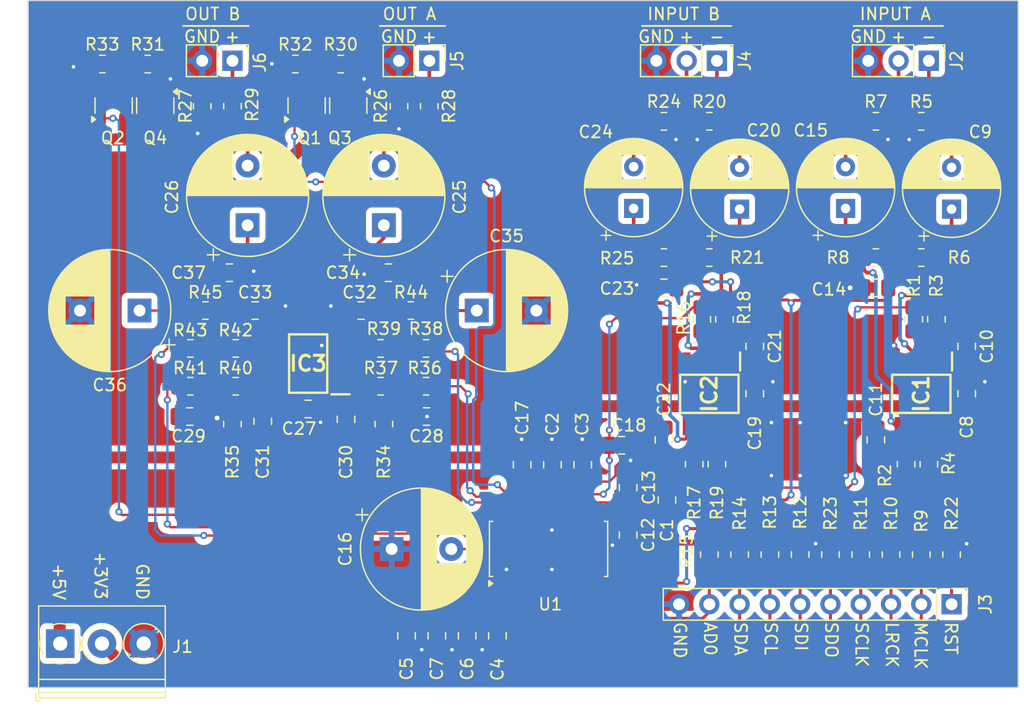
<source format=kicad_pcb>
(kicad_pcb (version 20240108) (generator "pcbnew") (generator_version "8.0")
  (layers (0 "F.Cu" signal) (31 "B.Cu" signal) (34 "B.Paste" user) (35 "F.Paste" user) (36 "B.SilkS" user "B.Silkscreen") (37 "F.SilkS" user "F.Silkscreen") (38 "B.Mask" user) (39 "F.Mask" user) (44 "Edge.Cuts" user))
  (net 0 "")
  (net 1 "/AINA-")
  (net 2 "/AINA+")
  (net 3 "GND")
  (net 4 "+5VA")
  (net 5 "+3.3V")
  (net 6 "Net-(IC1-A+)")
  (net 7 "Net-(J2-Pin_1)")
  (net 8 "Net-(IC1-A-)")
  (net 9 "Net-(IC1-OUT_A)")
  (net 10 "Net-(IC1-OUT_B)")
  (net 11 "Net-(IC1-B-)")
  (net 12 "/VCOM")
  (net 13 "Net-(J2-Pin_2)")
  (net 14 "Net-(IC1-B+)")
  (net 15 "Net-(U1-FILT+)")
  (net 16 "/AINB+")
  (net 17 "/AINB-")
  (net 18 "Net-(IC2-A+)")
  (net 19 "Net-(J4-Pin_1)")
  (net 20 "Net-(IC2-A-)")
  (net 21 "Net-(IC2-OUT_A)")
  (net 22 "Net-(IC2-B-)")
  (net 23 "Net-(IC2-OUT_B)")
  (net 24 "Net-(IC2-B+)")
  (net 25 "Net-(J4-Pin_2)")
  (net 26 "Net-(IC3-OUT_A)")
  (net 27 "Net-(C25-Pad2)")
  (net 28 "Net-(IC3-OUT_B)")
  (net 29 "Net-(C26-Pad2)")
  (net 30 "Net-(C28-Pad2)")
  (net 31 "Net-(C29-Pad2)")
  (net 32 "Net-(IC3-A-)")
  (net 33 "Net-(IC3-B-)")
  (net 34 "Net-(IC3-A+)")
  (net 35 "Net-(IC3-B+)")
  (net 36 "Net-(C34-Pad1)")
  (net 37 "Net-(C35-Pad1)")
  (net 38 "Net-(C36-Pad1)")
  (net 39 "Net-(C37-Pad1)")
  (net 40 "Net-(J3-Pin_6)")
  (net 41 "Net-(J3-Pin_5)")
  (net 42 "Net-(J3-Pin_1)")
  (net 43 "Net-(J3-Pin_8)")
  (net 44 "Net-(J3-Pin_9)")
  (net 45 "Net-(J3-Pin_3)")
  (net 46 "Net-(J3-Pin_2)")
  (net 47 "Net-(J3-Pin_4)")
  (net 48 "Net-(J3-Pin_7)")
  (net 49 "/AOUT")
  (net 50 "/BOUT")
  (net 51 "Net-(Q1-C)")
  (net 52 "/AMUTEC")
  (net 53 "Net-(Q2-C)")
  (net 54 "/BMUTEC")
  (net 55 "Net-(Q3-B)")
  (net 56 "Net-(Q4-B)")
  (net 57 "/AOUT-")
  (net 58 "/AOUT+")
  (net 59 "/BOUT-")
  (net 60 "/BOUT+")
  (footprint "Capacitor_THT:CP_Radial_D8.0mm_P3.50mm" (layer "F.Cu") (at 157.48 95.067 90)
    (property "Reference" "C15")
    (property "Value" "10u")
  )
  (footprint "Resistor_SMD:R_0805_2012Metric_Pad1.20x1.40mm_HandSolder" (layer "F.Cu") (at 122.285 106.807)
    (property "Reference" "R38")
    (property "Value" "1.33k")
  )
  (footprint "Capacitor_SMD:C_0805_2012Metric_Pad1.18x1.45mm_HandSolder" (layer "F.Cu") (at 119.126 100.457 180)
    (property "Reference" "C34")
    (property "Value" "6.8n")
  )
  (footprint "Resistor_SMD:R_0805_2012Metric_Pad1.20x1.40mm_HandSolder" (layer "F.Cu") (at 146.05 87.757 180)
    (property "Reference" "R20")
    (property "Value" "100k")
  )
  (footprint "Resistor_SMD:R_0805_2012Metric_Pad1.20x1.40mm_HandSolder" (layer "F.Cu") (at 164.465 116.525 -90)
    (property "Reference" "R4")
    (property "Value" "91")
  )
  (footprint "Capacitor_THT:CP_Radial_D8.0mm_P3.50mm" (layer "F.Cu") (at 148.59 95.124651 90)
    (property "Reference" "C20")
    (property "Value" "10u")
  )
  (footprint "Resistor_SMD:R_0805_2012Metric_Pad1.20x1.40mm_HandSolder" (layer "F.Cu") (at 102.505 106.807 180)
    (property "Reference" "R43")
    (property "Value" "1.33k")
  )
  (footprint "Capacitor_SMD:C_0805_2012Metric_Pad1.18x1.45mm_HandSolder" (layer "F.Cu") (at 123.19 130.9155 -90)
    (property "Reference" "C7")
    (property "Value" "0.1u")
  )
  (footprint "Capacitor_SMD:C_0805_2012Metric_Pad1.18x1.45mm_HandSolder" (layer "F.Cu") (at 139.237 118.4795 90)
    (property "Reference" "C13")
    (property "Value" "0.1u")
  )
  (footprint "Capacitor_SMD:C_0805_2012Metric_Pad1.18x1.45mm_HandSolder" (layer "F.Cu") (at 128.27 130.9155 -90)
    (property "Reference" "C4")
    (property "Value" "1u")
  )
  (footprint "Resistor_SMD:R_0805_2012Metric_Pad1.20x1.40mm_HandSolder" (layer "F.Cu") (at 115.125 82.954677)
    (property "Reference" "R30")
    (property "Value" "2k")
  )
  (footprint "Resistor_SMD:R_0805_2012Metric_Pad1.20x1.40mm_HandSolder" (layer "F.Cu") (at 148.59 124.095 90)
    (property "Reference" "R14")
    (property "Value" "2k")
  )
  (footprint "Connector_PinHeader_2.54mm:PinHeader_1x02_P2.54mm_Vertical" (layer "F.Cu") (at 106.045 82.677 -90)
    (property "Reference" "J6")
    (property "Value" "Conn_01x02")
  )
  (footprint "Capacitor_THT:CP_Radial_D10.0mm_P5.00mm" (layer "F.Cu") (at 107.315 96.474677 90)
    (property "Reference" "C26")
    (property "Value" "22u")
  )
  (footprint "Capacitor_SMD:C_0805_2012Metric_Pad1.18x1.45mm_HandSolder" (layer "F.Cu") (at 116.84 103.632)
    (property "Reference" "C32")
    (property "Value" "470p")
  )
  (footprint "Capacitor_SMD:C_0805_2012Metric_Pad1.18x1.45mm_HandSolder" (layer "F.Cu") (at 139.237 122.4595 -90)
    (property "Reference" "C12")
    (property "Value" "1u")
  )
  (footprint "Capacitor_SMD:C_0805_2012Metric_Pad1.18x1.45mm_HandSolder" (layer "F.Cu") (at 105.791 100.457)
    (property "Reference" "C37")
    (property "Value" "6.8n")
  )
  (footprint "Resistor_SMD:R_0805_2012Metric_Pad1.20x1.40mm_HandSolder" (layer "F.Cu") (at 121.015 103.632 180)
    (property "Reference" "R44")
    (property "Value" "1.5k")
  )
  (footprint "Capacitor_SMD:C_0805_2012Metric_Pad1.18x1.45mm_HandSolder" (layer "F.Cu") (at 142.24 101.727 180)
    (property "Reference" "C23")
    (property "Value" "0.01u")
  )
  (footprint "Capacitor_THT:CP_Radial_D8.0mm_P3.50mm" (layer "F.Cu") (at 139.7 95.067 90)
    (property "Reference" "C24")
    (property "Value" "10u")
  )
  (footprint "Capacitor_SMD:C_0805_2012Metric_Pad1.18x1.45mm_HandSolder" (layer "F.Cu") (at 149.86 110.617 90)
    (property "Reference" "C19")
    (property "Value" "0.1u")
  )
  (footprint "Capacitor_THT:CP_Radial_D10.0mm_P5.00mm" (layer "F.Cu") (at 126.537323 103.632)
    (property "Reference" "C35")
    (property "Value" "22u")
  )
  (footprint "Capacitor_SMD:C_0805_2012Metric_Pad1.18x1.45mm_HandSolder" (layer "F.Cu") (at 132.887 116.5645 90)
    (property "Reference" "C2")
    (property "Value" "1u")
  )
  (footprint "Capacitor_SMD:C_0805_2012Metric_Pad1.18x1.45mm_HandSolder" (layer "F.Cu") (at 149.86 106.635 -90)
    (property "Reference" "C21")
    (property "Value" "470p")
  )
  (footprint "Capacitor_SMD:C_0805_2012Metric_Pad1.18x1.45mm_HandSolder" (layer "F.Cu") (at 142.494 119.5285 -90)
    (property "Reference" "C1")
    (property "Value" "2700p")
  )
  (footprint "Capacitor_THT:CP_Radial_D8.0mm_P3.50mm" (layer "F.Cu") (at 166.37 95.124651 90)
    (property "Reference" "C9")
    (property "Value" "10u")
  )
  (footprint "Capacitor_THT:CP_Radial_D10.0mm_P5.00mm" (layer "F.Cu") (at 118.745 96.474677 90)
    (property "Reference" "C25")
    (property "Value" "22u")
  )
  (footprint "Resistor_SMD:R_0805_2012Metric_Pad1.20x1.40mm_HandSolder" (layer "F.Cu") (at 156.21 124.095 -90)
    (property "Reference" "R23")
    (property "Value" "2k")
  )
  (footprint "Capacitor_SMD:C_0805_2012Metric_Pad1.18x1.45mm_HandSolder" (layer "F.Cu") (at 112.395 111.887)
    (property "Reference" "C27")
    (property "Value" "0.1u")
  )
  (footprint "Resistor_SMD:R_0805_2012Metric_Pad1.20x1.40mm_HandSolder" (layer "F.Cu") (at 161.29 124.095 90)
    (property "Reference" "R10")
    (property "Value" "2k")
  )
  (footprint "Resistor_SMD:R_0805_2012Metric_Pad1.20x1.40mm_HandSolder" (layer "F.Cu") (at 111.315 82.954677)
    (property "Reference" "R32")
    (property "Value" "10k")
  )
  (footprint "Package_TO_SOT_SMD:SOT-23" (layer "F.Cu") (at 99.57 86.432177 -90)
    (property "Reference" "Q4")
    (property "Value" "BC849")
  )
  (footprint "Capacitor_SMD:C_0805_2012Metric_Pad1.18x1.45mm_HandSolder" (layer "F.Cu") (at 120.65 130.9155 -90)
    (property "Reference" "C5")
    (property "Value" "0.1u")
  )
  (footprint "Capacitor_SMD:C_0805_2012Metric_Pad1.18x1.45mm_HandSolder" (layer "F.Cu") (at 122.3225 112.522 180)
    (property "Reference" "C28")
    (property "Value" "2200p")
  )
  (footprint "Resistor_SMD:R_0805_2012Metric_Pad1.20x1.40mm_HandSolder" (layer "F.Cu") (at 102.505 109.982 180)
    (property "Reference" "R41")
    (property "Value" "4.42k")
  )
  (footprint "Connector_PinHeader_2.54mm:PinHeader_1x02_P2.54mm_Vertical" (layer "F.Cu") (at 122.56 82.677 -90)
    (property "Reference" "J5")
    (property "Value" "Conn_01x02")
  )
  (footprint "Capacitor_SMD:C_0805_2012Metric_Pad1.18x1.45mm_HandSolder" (layer "F.Cu") (at 160.02 101.727 180)
    (property "Reference" "C14")
    (property "Value" "0.01u")
  )
  (footprint "Resistor_SMD:R_0805_2012Metric_Pad1.20x1.40mm_HandSolder" (layer "F.Cu") (at 158.75 124.095 90)
    (property "Reference" "R11")
    (property "Value" "2k")
  )
  (footprint "Resistor_SMD:R_0805_2012Metric_Pad1.20x1.40mm_HandSolder" (layer "F.Cu") (at 122.555 86.487 90)
    (property "Reference" "R28")
    (property "Value" "560")
  )
  (footprint "Resistor_SMD:R_0805_2012Metric_Pad1.20x1.40mm_HandSolder" (layer "F.Cu") (at 95.125 82.954677)
    (property "Reference" "R33")
    (property "Value" "10k")
  )
  (footprint "Resistor_SMD:R_0805_2012Metric_Pad1.20x1.40mm_HandSolder" (layer "F.Cu") (at 142.24 87.757 180)
    (property "Reference" "R24")
    (property "Value" "100k")
  )
  (footprint "Resistor_SMD:R_0805_2012Metric_Pad1.20x1.40mm_HandSolder" (layer "F.Cu") (at 118.475 109.982)
    (property "Reference" "R37")
    (property "Value" "2.32k")
  )
  (footprint "Resistor_SMD:R_0805_2012Metric_Pad1.20x1.40mm_HandSolder" (layer "F.Cu") (at 106.045 113.157 -90)
    (property "Reference" "R35")
    (property "Value" "4.99k")
  )
  (footprint "Package_SO:TSSOP-28_4.4x9.7mm_P0.65mm" (layer "F.Cu") (at 132.562 123.6295 90)
    (property "Reference" "U1")
    (property "Value" "CS4272")
  )
  (footprint "Capacitor_SMD:C_0805_2012Metric_Pad1.18x1.45mm_HandSolder" (layer "F.Cu") (at 138.684 114.935)
    (property "Reference" "C18")
    (property "Value" "2700p")
  )
  (footprint "Capacitor_THT:CP_Radial_D10.0mm_P5.00mm" (layer "F.Cu") (at 119.399323 123.6395)
    (property "Reference" "C16")
    (property "Value" "47u")
  )
  (footprint "Resistor_SMD:R_0805_2012Metric_Pad1.20x1.40mm_HandSolder" (layer "F.Cu") (at 103.505 86.487 90)
    (property "Reference" "R27")
    (property "Value" "47k")
  )
  (footprint "Capacitor_SMD:C_0805_2012Metric_Pad1.18x1.45mm_HandSolder" (layer "F.Cu") (at 115.57 112.7545 -90)
    (property "Reference" "C30")
    (property "Value" "470p")
  )
  (footprint "Resistor_SMD:R_0805_2012Metric_Pad1.20x1.40mm_HandSolder" (layer "F.Cu") (at 106.045 86.487 90)
    (property "Reference" "R29")
    (property "Value" "560")
  )
  (footprint "Resistor_SMD:R_0805_2012Metric_Pad1.20x1.40mm_HandSolder" (layer "F.Cu") (at 163.195 104.365 -90)
    (property "Reference" "R1")
    (property "Value" "634")
  )
  (footprint "Resistor_SMD:R_0805_2012Metric_Pad1.20x1.40mm_HandSolder" (layer "F.Cu") (at 118.745 113.157 -90)
    (property "Reference" "R34")
    (property "Value" "4.99k")
  )
  (footprint "Resistor_SMD:R_0805_2012Metric_Pad1.20x1.40mm_HandSolder" (layer "F.Cu") (at 118.475 106.807)
    (property "Reference" "R39")
    (property "Value" "715")
  )
  (footprint "Resistor_SMD:R_0805_2012Metric_Pad1.20x1.40mm_HandSolder" (layer "F.Cu") (at 147.32 104.365 90)
    (property "Reference" "R18")
    (property "Value" "91")
  )
  (footprint "Resistor_SMD:R_0805_2012Metric_Pad1.20x1.40mm_HandSolder" (layer "F.Cu") (at 98.935 82.954677)
    (property "Reference" "R31")
    (property "Value" "2k")
  )
  (footprint "Capacitor_SMD:C_0805_2012Metric_Pad1.18x1.45mm_HandSolder" (layer "F.Cu") (at 130.347 116.5645 -90)
    (property "Reference" "C17")
    (property "Value" "0.1u")
  )
  (footprint "Resistor_SMD:R_0805_2012Metric_Pad1.20x1.40mm_HandSolder" (layer "F.Cu") (at 151.13 124.095 90)
    (property "Reference" "R13")
    (property "Value" "2k")
  )
  (footprint "Resistor_SMD:R_0805_2012Metric_Pad1.20x1.40mm_HandSolder" (layer "F.Cu") (at 142.24 99.187 180)
    (property "Reference" "R25")
    (property "Value" "10k")
  )
  (footprint "Custom:SOIC127P600X175-8N" (layer "F.Cu") (at 163.83 110.617 -90)
    (property "Reference" "IC1")
    (property "Value" "LME49721MAX_NOPB" (hide yes))
  )
  (footprint "Resistor_SMD:R_0805_2012Metric_Pad1.20x1.40mm_HandSolder" (layer "F.Cu") (at 163.83 124.095 90)
    (property "Reference" "R9")
    (property "Value" "2k")
  )
  (footprint "Resistor_SMD:R_0805_2012Metric_Pad1.20x1.40mm_HandSolder" (layer "F.Cu") (at 163.83 99.187 180)
    (property "Reference" "R6")
    (property "Value" "10k")
  )
  (footprint "Capacitor_THT:CP_Radial_D10.0mm_P5.00mm" (layer "F.Cu") (at 98.252677 103.632 180)
    (property "Reference" "C36")
    (property "Value" "22u")
  )
  (footprint "Capacitor_SMD:C_0805_2012Metric_Pad1.18x1.45mm_HandSolder" (layer "F.Cu") (at 135.427 116.5645 90)
    (property "Reference" "C3")
    (property "Value" "0.1u")
  )
  (footprint "Resistor_SMD:R_0805_2012Metric_Pad1.20x1.40mm_HandSolder" (layer "F.Cu") (at 162.56 116.525 90)
    (property "Reference" "R2")
    (property "Value" "634")
  )
  (footprint "Connector_PinHeader_2.54mm:PinHeader_1x03_P2.54mm_Vertical" (layer "F.Cu") (at 164.465 82.677 -90)
    (property "Reference" "J2")
    (property "Value" "Conn_01x03")
  )
  (footprint "Package_TO_SOT_SMD:SOT-23" (layer "F.Cu") (at 112.265 86.432177 90)
    (property "Reference" "Q1")
    (property "Value" "MMUN2111LT1G")
  )
  (footprint "Capacitor_SMD:C_0805_2012Metric_Pad1.18x1.45mm_HandSolder" (layer "F.Cu") (at 125.73 130.9155 -90)
    (property "Reference" "C6")
    (property "Value" "1u")
  )
  (footprint "Package_TO_SOT_SMD:SOT-23" (layer "F.Cu") (at 96.075 86.432177 90)
    (property "Reference" "Q2")
    (property "Value" "MMUN2111LT1G")
  )
  (footprint "Resistor_SMD:R_0805_2012Metric_Pad1.20x1.40mm_HandSolder" (layer "F.Cu") (at 165.1 104.365 90)
    (property "Reference" "R3")
    (property "Value" "91")
  )
  (footprint "Custom:SOIC127P600X175-8N" (layer "F.Cu") (at 112.395 108.077 180)
    (property "Reference" "IC3")
    (property "Value" "LME49721MAX_NOPB" (hide yes))
  )
  (footprint "Capacitor_SMD:C_0805_2012Metric_Pad1.18x1.45mm_HandSolder" (layer "F.Cu") (at 167.64 110.617 90)
    (property "Reference" "C8")
    (property "Value" "0.1u")
  )
  (footprint "Resistor_SMD:R_0805_2012Metric_Pad1.20x1.40mm_HandSolder" (layer "F.Cu") (at 103.775 103.632)
    (property "Reference" "R45")
    (property "Value" "1.5k")
  )
  (footprint "Capacitor_SMD:C_0805_2012Metric_Pad1.18x1.45mm_HandSolder" (layer "F.Cu") (at 142.24 114.4875 90)
    (property "Reference" "C22")
    (property "Value" "470p")
  )
  (footprint "Resistor_SMD:R_0805_2012Metric_Pad1.20x1.40mm_HandSolder" (layer "F.Cu") (at 145.415 104.365 -90)
    (property "Reference" "R16")
    (property "Value" "634")
  )
  (footprint "TerminalBlock_Phoenix:TerminalBlock_Phoenix_PT-1,5-3-3.5-H_1x03_P3.50mm_Horizontal" (layer "F.Cu") (at 91.597 131.572)
    (property "Reference" "J1")
    (property "Value" "Screw_Terminal_01x03")
  )
  (footprint "Capacitor_SMD:C_0805_2012Metric_Pad1.18x1.45mm_HandSolder" (layer "F.Cu") (at 102.4675 112.522 180)
    (property "Reference" "C29")
    (property "Value" "2200p")
  )
  (footprint "Resistor_SMD:R_0805_2012Metric_Pad1.20x1.40mm_HandSolder" (layer "F.Cu") (at 160.02 99.187 180)
    (property "Reference" "R8")
    (property "Value" "10k")
  )
  (footprint "Resistor_SMD:R_0805_2012Metric_Pad1.20x1.40mm_HandSolder" (layer "F.Cu") (at 106.315 109.982 180)
    (property "Reference" "R40")
    (property "Value" "2.32k")
  )
  (footprint "Resistor_SMD:R_0805_2012Metric_Pad1.20x1.40mm_HandSolder" (layer "F.Cu") (at 122.285 109.982)
    (property "Reference" "R36")
    (property "Value" "4.42k")
  )
  (footprint "Resistor_SMD:R_0805_2012Metric_Pad1.20x1.40mm_HandSolder" (layer "F.Cu") (at 120.015 86.487 -90)
    (property "Reference" "R26")
    (property "Value" "47k")
  )
  (footprint "Resistor_SMD:R_0805_2012Metric_Pad1.20x1.40mm_HandSolder" (layer "F.Cu") (at 146.05 99.187 180)
    (property "Reference" "R21")
    (property "Value" "10k")
  )
  (footprint "Capacitor_SMD:C_0805_2012Metric_Pad1.18x1.45mm_HandSolder" (layer "F.Cu") (at 108.585 112.9245 -90)
    (property "Reference" "C31")
    (property "Value" "470p")
  )
  (footprint "Resistor_SMD:R_0805_2012Metric_Pad1.20x1.40mm_HandSolder" (layer "F.Cu") (at 144.78 116.525 90)
    (property "Reference" "R17")
    (property "Value" "634")
  )
  (footprint "Package_TO_SOT_SMD:SOT-23" (layer "F.Cu") (at 115.76 86.432177 -90)
    (property "Reference" "Q3")
    (property "Value" "BC849")
  )
  (footprint "Resistor_SMD:R_0805_2012Metric_Pad1.20x1.40mm_HandSolder" (layer "F.Cu") (at 146.685 116.525 -90)
    (property "Reference" "R19")
    (property "Value" "91")
  )
  (footprint "Capacitor_SMD:C_0805_2012Metric_Pad1.18x1.45mm_HandSolder" (layer "F.Cu") (at 160.02 114.4875 90)
    (property "Reference" "C11")
    (property "Value" "470p")
  )
  (footprint "Resistor_SMD:R_0805_2012Metric_Pad1.20x1.40mm_HandSolder" (layer "F.Cu") (at 146.05 124.095 90)
    (property "Reference" "R15")
    (property "Value" "2k")
  )
  (footprint "Resistor_SMD:R_0805_2012Metric_Pad1.20x1.40mm_HandSolder" (layer "F.Cu") (at 153.67 124.095 90)
    (property "Reference" "R12")
    (property "Value" "2k")
  )
  (footprint "Connector_PinHeader_2.54mm:PinHeader_1x10_P2.54mm_Vertical" (layer "F.Cu") (at 166.37 128.27 -90)
    (property "Reference" "J3")
    (property "Value" "Conn_01x10")
  )
  (footprint "Capacitor_SMD:C_0805_2012Metric_Pad1.18x1.45mm_HandSolder" (layer "F.Cu") (at 167.64 106.635 -90)
    (property "Reference" "C10")
    (property "Value" "470p")
  )
  (footprint "Resistor_SMD:R_0805_2012Metric_Pad1.20x1.40mm_HandSolder" (layer "F.Cu") (at 160.02 87.757 180)
    (property "Reference" "R7")
    (property "Value" "100k")
  )
  (footprint "Connector_PinHeader_2.54mm:PinHeader_1x03_P2.54mm_Vertical" (layer "F.Cu") (at 146.685 82.677 -90)
    (property "Reference" "J4")
    (property "Value" "Conn_01x03")
  )
  (footprint "Resistor_SMD:R_0805_2012Metric_Pad1.20x1.40mm_HandSolder" (layer "F.Cu") (at 163.83 87.757 180)
    (property "Reference" "R5")
    (property "Value" "100k")
  )
  (footprint "Resistor_SMD:R_0805_2012Metric_Pad1.20x1.40mm_HandSolder" (layer "F.Cu") (at 166.37 124.095 -90)
    (property "Reference" "R22")
    (property "Value" "2k")
  )
  (footprint "Resistor_SMD:R_0805_2012Metric_Pad1.20x1.40mm_HandSolder" (layer "F.Cu") (at 106.315 106.807 180)
    (property "Reference" "R42")
    (property "Value" "715")
  )
  (footprint "Custom:SOIC127P600X175-8N" (layer "F.Cu") (at 146.05 110.617 -90)
    (property "Reference" "IC2")
    (property "Value" "LME49721MAX_NOPB" (hide yes))
  )
  (footprint "Capacitor_SMD:C_0805_2012Metric_Pad1.18x1.45mm_HandSolder" (layer "F.Cu") (at 107.95 103.632 180)
    (property "Reference" "C33")
    (property "Value" "470p")
  )
  (gr_line (start 118.4 79.755) (end 123.9 79.755) (stroke (width 0.15)) (layer "F.SilkS"))
  (gr_line (start 101.9 79.755) (end 107.4 79.755) (stroke (width 0.15)) (layer "F.SilkS"))
  (gr_line (start 158.15 79.755) (end 165.65 79.755) (stroke (width 0.15)) (layer "F.SilkS"))
  (gr_line (start 140.4 79.755) (end 147.9 79.755) (stroke (width 0.15)) (layer "F.SilkS"))
  (gr_rect (start 88.9 77.629) (end 171.958 135.255) (stroke (width 0.1)) (fill none) (layer "Edge.Cuts"))
  (gr_text "SCL" (at 150.622 129.667 -90) (layer "F.SilkS") (effects (font (size 1 1) (thickness 0.153)) (justify left bottom)))
  (gr_text "AD0" (at 145.542 129.667 270) (layer "F.SilkS") (effects (font (size 1 1) (thickness 0.153)) (justify left bottom)))
  (gr_text "OUT A" (at 120.9 78.755 0) (layer "F.SilkS") (effects (font (size 1 1))))
  (gr_text "GND" (at 103.505 80.645 0) (layer "F.SilkS") (effects (font (size 1 1) (thickness 0.153))))
  (gr_text "INPUT A" (at 161.65 78.755 0) (layer "F.SilkS") (effects (font (size 1 1) (thickness 0.153))))
  (gr_text "RST" (at 165.735 129.667 -90) (layer "F.SilkS") (effects (font (size 1 1) (thickness 0.153)) (justify left bottom)))
  (gr_text "+" (at 161.925 80.645 0) (layer "F.SilkS") (effects (font (size 1 1) (thickness 0.153))))
  (gr_text "-" (at 164.465 80.645 0) (layer "F.SilkS") (effects (font (size 1 1) (thickness 0.153) (bold yes))))
  (gr_text "GND" (at 97.9 124.755 -90) (layer "F.SilkS") (effects (font (size 1 1) (thickness 0.153)) (justify left bottom)))
  (gr_text "GND" (at 159.385 80.645 0) (layer "F.SilkS") (effects (font (size 1 1) (thickness 0.153))))
  (gr_text "GND" (at 143.002 129.667 -90) (layer "F.SilkS") (effects (font (size 1 1) (thickness 0.153)) (justify left bottom)))
  (gr_text "+5V" (at 90.9 124.755 -90) (layer "F.SilkS") (effects (font (size 1 1) (thickness 0.153)) (justify left bottom)))
  (gr_text "SCLK" (at 158.242 129.667 -90) (layer "F.SilkS") (effects (font (size 1 1) (thickness 0.153)) (justify left bottom)))
  (gr_text "SDA" (at 148.082 129.667 -90) (layer "F.SilkS") (effects (font (size 1 1) (thickness 0.153)) (justify left bottom)))
  (gr_text "+" (at 106.045 80.645 0) (layer "F.SilkS") (effects (font (size 1 1) (thickness 0.153))))
  (gr_text "GND" (at 120.015 80.645 0) (layer "F.SilkS") (effects (font (size 1 1) (thickness 0.153) (bold yes))))
  (gr_text "+" (at 144.145 80.645 0) (layer "F.SilkS") (effects (font (size 1 1) (thickness 0.153))))
  (gr_text "SDI" (at 153.162 129.667 -90) (layer "F.SilkS") (effects (font (size 1 1) (thickness 0.153)) (justify left bottom)))
  (gr_text "GND" (at 141.605 80.645 0) (layer "F.SilkS") (effects (font (size 1 1) (thickness 0.153))))
  (gr_text "OUT B" (at 104.4 78.755 0) (layer "F.SilkS") (effects (font (size 1 1))))
  (gr_text "MCLK" (at 163.195 129.667 -90) (layer "F.SilkS") (effects (font (size 1 1) (thickness 0.153)) (justify left bottom)))
  (gr_text "LRCK" (at 160.782 129.667 270) (layer "F.SilkS") (effects (font (size 1 1) (thickness 0.153)) (justify left bottom)))
  (gr_text "+3V3" (at 94.4 123.755 -90) (layer "F.SilkS") (effects (font (size 1 1) (thickness 0.153)) (justify left bottom)))
  (gr_text "+" (at 122.555 80.645 0) (layer "F.SilkS") (effects (font (size 1 1) (thickness 0.153))))
  (gr_text "-" (at 146.685 80.645 0) (layer "F.SilkS") (effects (font (size 1 1) (thickness 0.153))))
  (gr_text "SDO" (at 155.702 129.667 -90) (layer "F.SilkS") (effects (font (size 1 1) (thickness 0.153)) (justify left bottom)))
  (gr_text "INPUT B" (at 143.9 78.755 0) (layer "F.SilkS") (effects (font (size 1 1) (thickness 0.153))))
  (segment (start 136.4065 122.3095) (end 136.137 122.04) (width 0.2) (layer "F.Cu") (net 1))
  (segment (start 164.465 117.525) (end 162.56 117.525) (width 0.2) (layer "F.Cu") (net 1))
  (segment (start 140.97 122.047) (end 140.97 121.031) (width 0.2) (layer "F.Cu") (net 1))
  (segment (start 136.137 122.04) (end 136.137 120.767) (width 0.2) (layer "F.Cu") (net 1))
  (segment (start 142.494 120.566) (end 162.263 120.566) (width 0.2) (layer "F.Cu") (net 1))
  (segment (start 136.4065 122.3095) (end 140.7075 122.3095) (width 0.2) (layer "F.Cu") (net 1))
  (segment (start 140.7075 122.3095) (end 140.97 122.047) (width 0.2) (layer "F.Cu") (net 1))
  (segment (start 140.97 121.031) (end 141.435 120.566) (width 0.2) (layer "F.Cu") (net 1))
  (segment (start 162.263 120.566) (end 162.56 120.269) (width 0.2) (layer "F.Cu") (net 1))
  (segment (start 141.435 120.566) (end 142.494 120.566) (width 0.2) (layer "F.Cu") (net 1))
  (segment (start 162.56 120.269) (end 162.56 117.525) (width 0.2) (layer "F.Cu") (net 1))
  (segment (start 165.1 103.365) (end 163.195 103.365) (width 0.2) (layer "F.Cu") (net 2))
  (segment (start 135.6675 119.7295) (end 137.9535 119.7295) (width 0.2) (layer "F.Cu") (net 2))
  (segment (start 142.494 118.491) (end 157.734 118.491) (width 0.2) (layer "F.Cu") (net 2))
  (segment (start 158.636 103.365) (end 158.496 103.505) (width 0.2) (layer "F.Cu") (net 2))
  (segment (start 138.176 118.802818) (end 138.487818 118.491) (width 0.2) (layer "F.Cu") (net 2))
  (segment (start 137.9535 119.7295) (end 138.176 119.507) (width 0.2) (layer "F.Cu") (net 2))
  (segment (start 138.487818 118.491) (end 142.494 118.491) (width 0.2) (layer "F.Cu") (net 2))
  (segment (start 138.176 119.507) (end 138.176 118.802818) (width 0.2) (layer "F.Cu") (net 2))
  (segment (start 135.487 119.91) (end 135.6675 119.7295) (width 0.2) (layer "F.Cu") (net 2))
  (segment (start 157.734 118.491) (end 158.242 117.983) (width 0.2) (layer "F.Cu") (net 2))
  (segment (start 163.195 103.365) (end 158.636 103.365) (width 0.2) (layer "F.Cu") (net 2))
  (segment (start 135.487 120.767) (end 135.487 119.91) (width 0.2) (layer "F.Cu") (net 2))
  (via (at 158.496 103.505) (size 0.6) (drill 0.3) (layers "F.Cu" "B.Cu") (net 2))
  (via (at 158.242 117.983) (size 0.6) (drill 0.3) (layers "F.Cu" "B.Cu") (net 2))
  (segment (start 158.242 104.521) (end 158.242 103.759) (width 0.2) (layer "B.Cu") (net 2))
  (segment (start 158.242 103.759) (end 158.496 103.505) (width 0.2) (layer "B.Cu") (net 2))
  (segment (start 158.242 117.983) (end 158.242 104.521) (width 0.2) (layer "B.Cu") (net 2))
  (segment (start 161.558328 106.567328) (end 161.515343 106.567328) (width 0.2) (layer "F.Cu") (net 3))
  (segment (start 92.940323 82.954677) (end 92.71 83.185) (width 0.25) (layer "F.Cu") (net 3))
  (segment (start 149.86 109.5795) (end 150.8545 109.5795) (width 0.25) (layer "F.Cu") (net 3))
  (segment (start 116.71 85.494677) (end 116.71 84.585) (width 0.2) (layer "F.Cu") (net 3))
  (segment (start 168.6345 109.5795) (end 168.656 109.601) (width 0.25) (layer "F.Cu") (net 3))
  (segment (start 128.27 131.953) (end 127.127 131.953) (width 0.25) (layer "F.Cu") (net 3))
  (segment (start 106.8285 100.203) (end 107.696 100.203) (width 0.2) (layer "F.Cu") (net 3))
  (segment (start 120.015 88.392) (end 120.015 87.487) (width 0.2) (layer "F.Cu") (net 3))
  (segment (start 107.696 100.203) (end 107.823 100.33) (width 0.2) (layer "F.Cu") (net 3))
  (segment (start 127.127 131.953) (end 127 132.08) (width 0.25) (layer "F.Cu") (net 3))
  (segment (start 103.505 112.522) (end 104.628074 112.522) (width 0.25) (layer "F.Cu") (net 3))
  (segment (start 161.798 106.807) (end 161.558328 106.567328) (width 0.2) (layer "F.Cu") (net 3))
  (segment (start 108.9875 103.632) (end 110.109 103.632) (width 0.25) (layer "F.Cu") (net 3))
  (segment (start 158.9825 101.727) (end 157.861 101.727) (width 0.25) (layer "F.Cu") (net 3))
  (segment (start 115.8025 103.632) (end 114.681 103.632) (width 0.25) (layer "F.Cu") (net 3))
  (segment (start 143.24 87.757) (end 143.24 88.757) (width 0.25) (layer "F.Cu") (net 3))
  (segment (start 168.656 109.601) (end 169.164 109.601) (width 0.25) (layer "F.Cu") (net 3))
  (segment (start 132.887 114.472) (end 132.842 114.427) (width 0.2) (layer "F.Cu") (net 3))
  (segment (start 161.02 87.757) (end 161.02 88.503) (width 0.25) (layer "F.Cu") (net 3))
  (segment (start 123.19 131.953) (end 122.047 131.953) (width 0.25) (layer "F.Cu") (net 3))
  (segment (start 109.370677 82.954677) (end 109.347 82.931) (width 0.2) (layer "F.Cu") (net 3))
  (segment (start 138.102 123.497) (end 137.922 123.317) (width 0.2) (layer "F.Cu") (net 3))
  (segment (start 100.584 84.455) (end 100.838 84.201) (width 0.2) (layer "F.Cu") (net 3))
  (segment (start 161.925 106.934) (end 161.798 106.807) (width 0.2) (layer "F.Cu") (net 3))
  (segment (start 103.505 88.392) (end 103.378 88.519) (width 0.2) (layer "F.Cu") (net 3))
  (segment (start 143.24 88.757) (end 143.256 88.773) (width 0.25) (layer "F.Cu") (net 3))
  (segment (start 125.73 131.953) (end 126.873 131.953) (width 0.25) (layer "F.Cu") (net 3))
  (segment (start 161.02 88.503) (end 161.036 88.519) (width 0.25) (layer "F.Cu") (net 3))
  (segment (start 113.792 106.299) (end 113.538 106.553) (width 0.25) (layer "F.Cu") (net 3))
  (segment (start 132.887 120.767) (end 132.887 122.002) (width 0.2) (layer "F.Cu") (net 3))
  (segment (start 121.92 132.08) (end 121.793 131.953) (width 0.25) (layer "F.Cu") (net 3))
  (segment (start 167.64 109.5795) (end 168.6345 109.5795) (width 0.25) (layer "F.Cu") (net 3))
  (segment (start 128.987 126.492) (end 128.987 125.394) (width 0.2) (layer "F.Cu") (net 3))
  (segment (start 130.347 114.472) (end 130.302 114.427) (width 0.2) (layer "F.Cu") (net 3))
  (segment (start 122.3725 112.522) (end 123.36 112.522) (width 0.2) (layer "F.Cu") (net 3))
  (segment (start 130.347 115.527) (end 130.347 114.472) (width 0.2) (layer "F.Cu") (net 3))
  (segment (start 103.505 87.487) (end 103.505 88.392) (width 0.2) (layer "F.Cu") (net 3))
  (segment (start 140.462 101.727) (end 140.208 101.727) (width 0.2) (layer "F.Cu") (net 3))
  (segment (start 103.378 88.519) (end 103.124 88.773) (width 0.2) (layer "F.Cu") (net 3))
  (segment (start 155.065 123.095) (end 154.97 123.19) (width 0.25) (layer "F.Cu") (net 3))
  (segment (start 145.05 89.265) (end 145.034 89.281) (width 0.25) (layer "F.Cu") (net 3))
  (segment (start 124.46 132.08) (end 124.333 131.953) (width 0.25) (layer "F.Cu") (net 3))
  (segment (start 117.221 100.457) (end 117.094 100.584) (width 0.2) (layer "F.Cu") (net 3))
  (segment (start 135.427 115.527) (end 135.427 114.472) (width 0.25) (layer "F.Cu") (net 3))
  (segment (start 143.256 88.773) (end 143.256 89.281) (width 0.25) (layer "F.Cu") (net 3))
  (segment (start 167.545 123.095) (end 167.64 123.19) (width 0.25) (layer "F.Cu") (net 3))
  (segment (start 128.987 125.394) (end 129.032 125.349) (width 0.2) (layer "F.Cu") (net 3))
  (segment (start 139.237 116.504) (end 139.446 116.295) (width 0.25) (layer "F.Cu") (net 3))
  (segment (start 150.876 109.601) (end 151.384 109.601) (width 0.25) (layer "F.Cu") (net 3))
  (segment (start 132.887 125.394) (end 132.842 125.349) (width 0.2) (layer "F.Cu") (net 3))
  (segment (start 100.52 84.519) (end 100.584 84.455) (width 0.2) (layer "F.Cu") (net 3))
  (segment (start 162.83 88.503) (end 162.814 88.519) (width 0.25) (layer "F.Cu") (net 3))
  (segment (start 114.681 103.632) (end 114.554 103.505) (width 0.25) (layer "F.Cu") (net 3))
  (segment (start 125.73 131.953) (end 124.587 131.953) (width 0.25) (layer "F.Cu") (net 3))
  (segment (start 141.2025 101.727) (end 140.462 101.727) (width 0.2) (layer "F.Cu") (net 3))
  (segment (start 113.4325 113.0085) (end 113.4325 111.887) (width 0.25) (layer "F.Cu") (net 3))
  (segment (start 150.8545 109.5795) (end 150.876 109.601) (width 0.25) (layer "F.Cu") (net 3))
  (segment (start 144.018 109.601) (end 144.145 109.474) (width 0.2) (layer "F.Cu") (net 3))
  (segment (start 132.887 122.002) (end 132.842 122.047) (width 0.2) (layer "F.Cu") (net 3))
  (segment (start 104.628074 112.522) (end 104.756969 112.650895) (width 0.25) (layer "F.Cu") (net 3))
  (segment (start 144.145 109.474) (end 144.145 107.905) (width 0.2) (layer "F.Cu") (net 3))
  (segment (start 124.587 131.953) (end 124.46 132.08) (width 0.25) (layer "F.Cu") (net 3))
  (segment (start 132.887 126.492) (end 132.887 125.394) (width 0.2) (layer "F.Cu") (net 3))
  (segment (start 94.125 82.954677) (end 92.940323 82.954677) (width 0.25) (layer "F.Cu") (net 3))
  (segment (start 100.52 85.494677) (end 100.52 84.519) (width 0.2) (layer "F.Cu") (net 3))
  (segment (start 121.793 131.953) (end 120.65 131.953) (width 0.25) (layer "F.Cu") (net 3))
  (segment (start 113.919 106.172) (end 113.792 106.299) (width 0.25) (layer "F.Cu") (net 3))
  (segment (start 161.036 88.519) (end 161.036 89.281) (width 0.25) (layer "F.Cu") (net 3))
  (segment (start 115.107 106.172) (end 113.919 106.172) (width 0.25) (layer "F.Cu") (net 3))
  (segment (start 132.887 115.527) (end 132.887 114.472) (width 0.2) (layer "F.Cu") (net 3))
  (segment (start 166.37 123.095) (end 167.545 123.095) (width 0.25) (layer "F.Cu") (net 3))
  (segment (start 139.237 117.442) (end 139.237 116.504) (width 0.25) (layer "F.Cu") (net 3))
  (segment (start 145.05 87.757) (end 145.05 89.265) (width 0.25) (layer "F.Cu") (net 3))
  (segment (start 116.71 84.585) (end 116.84 84.455) (width 0.2) (layer "F.Cu") (net 3))
  (segment (start 110.315 82.954677) (end 109.370677 82.954677) (width 0.2) (layer "F.Cu") (net 3))
  (segment (start 162.83 87.757) (end 162.83 88.503) (width 0.25) (layer "F.Cu") (net 3))
  (segment (start 116.84 84.455) (end 117.094 84.201) (width 0.2) (layer "F.Cu") (net 3))
  (segment (start 162.814 88.519) (end 162.814 89.281) (width 0.25) (layer "F.Cu") (net 3))
  (segment (start 110.109 103.632) (end 110.49 103.251) (width 0.25) (layer "F.Cu") (net 3))
  (segment (start 139.237 123.497) (end 138.102 123.497) (width 0.2) (layer "F.Cu") (net 3))
  (segment (start 124.333 131.953) (end 123.19 131.953) (width 0.25) (layer "F.Cu") (net 3))
  (segment (start 156.21 123.095) (end 155.065 123.095) (width 0.25) (layer "F.Cu") (net 3))
  (segment (start 114.554 103.505) (end 114.3 103.251) (width 0.25) (layer "F.Cu") (net 3))
  (segment (start 140.208 101.727) (end 139.954 101.473) (width 0.2) (layer "F.Cu") (net 3))
  (segment (start 118.0885 100.457) (end 117.221 100.457) (width 0.2) (layer "F.Cu") (net 3))
  (segment (start 161.925 107.905) (end 161.925 106.934) (width 0.2) (layer "F.Cu") (net 3))
  (segment (start 139.446 116.295) (end 139.446 116.205) (width 0.25) (layer "F.Cu") (net 3))
  (segment (start 126.873 131.953) (end 127 132.08) (width 0.25) (layer "F.Cu") (net 3))
  (segment (start 135.427 114.472) (end 135.382 114.427) (width 0.25) (layer "F.Cu") (net 3))
  (segment (start 122.047 131.953) (end 121.92 132.08) (width 0.25) (layer "F.Cu") (net 3))
  (via (at 132.842 114.427) (size 0.6) (drill 0.3) (layers "F.Cu" "B.Cu") (net 3))
  (via (at 139.446 116.205) (size 0.6) (drill 0.3) (layers "F.Cu" "B.Cu") (net 3))
  (via (at 157.48 113.03) (size 0.6) (drill 0.3) (layers "F.Cu" "B.Cu") (net 3))
  (via (at 161.036 89.281) (size 0.6) (drill 0.3) (layers "F.Cu" "B.Cu") (net 3))
  (via (at 113.4325 113.0085) (size 0.6) (drill 0.3) (layers "F.Cu" "B.Cu") (net 3))
  (via (at 114.3 103.251) (size 0.6) (drill 0.3) (layers "F.Cu" "B.Cu") (net 3))
  (via (at 135.382 114.427) (size 0.6) (drill 0.3) (layers "F.Cu" "B.Cu") (net 3))
  (via (at 127 132.08) (size 0.6) (drill 0.3) (layers "F.Cu" "B.Cu") (net 3))
  (via (at 144.018 109.601) (size 0.6) (drill 0.3) (layers "F.Cu" "B.Cu") (net 3))
  (via (at 103.124 88.773) (size 0.6) (drill 0.3) (layers "F.Cu" "B.Cu") (net 3))
  (via (at 117.094 84.201) (size 0.6) (drill 0.3) (layers "F.Cu" "B.Cu") (net 3))
  (via (at 104.756969 112.650895) (size 0.8) (drill 0.4) (layers "F.Cu" "B.Cu") (net 3))
  (via (at 92.71 83.185) (size 0.6) (drill 0.3) (layers "F.Cu" "B.Cu") (net 3))
  (via (at 153.67 117.475) (size 0.6) (drill 0.3) (layers "F.Cu" "B.Cu") (net 3))
  (via (at 107.823 100.33) (size 0.6) (drill 0.3) (layers "F.Cu" "B.Cu") (net 3))
  (via (at 132.842 125.349) (size 0.6) (drill 0.3) (layers "F.Cu" "B.Cu") (net 3))
  (via (at 153.67 113.03) (size 0.6) (drill 0.3) (layers "F.Cu" "B.Cu") (net 3))
  (via (at 120.015 88.392) (size 0.6) (drill 0.3) (layers "F.Cu" "B.Cu") (net 3))
  (via (at 129.032 125.349) (size 0.6) (drill 0.3) (layers "F.Cu" "B.Cu") (net 3))
  (via (at 145.034 89.281) (size 0.6) (drill 0.3) (layers "F.Cu" "B.Cu") (net 3))
  (via (at 124.46 132.08) (size 0.6) (drill 0.3) (layers "F.Cu" "B.Cu") (net 3))
  (via (at 157.48 117.475) (size 0.6) (drill 0.3) (layers "F.Cu" "B.Cu") (net 3))
  (via (at 139.954 101.473) (size 0.6) (drill 0.3) (layers "F.Cu" "B.Cu") (net 3))
  (via (at 121.92 132.08) (size 0.6) (drill 0.3) (layers "F.Cu" "B.Cu") (net 3))
  (via (at 154.97 123.19) (size 0.6) (drill 0.3) (layers "F.Cu" "B.Cu") (net 3))
  (via (at 151.384 109.601) (size 0.6) (drill 0.3) (layers "F.Cu" "B.Cu") (net 3))
  (via (at 161.515343 106.567328) (size 0.6) (drill 0.3) (layers "F.Cu" "B.Cu") (net 3))
  (via (at 132.842 122.047) (size 0.6) (drill 0.3) (layers "F.Cu" "B.Cu") (net 3))
  (via (at 169.164 109.601) (size 0.6) (drill 0.3) (layers "F.Cu" "B.Cu") (net 3))
  (via (at 130.302 114.427) (size 0.6) (drill 0.3) (layers "F.Cu" "B.Cu") (net 3))
  (via (at 117.094 100.584) (size 0.6) (drill 0.3) (layers "F.Cu" "B.Cu") (net 3))
  (via (at 122.3725 112.522) (size 0.6) (drill 0.3) (layers "F.Cu" "B.Cu") (net 3))
  (via (at 162.814 89.281) (size 0.6) (drill 0.3) (layers "F.Cu" "B.Cu") (net 3))
  (via (at 151.257 117.475) (size 0.6) (drill 0.3) (layers "F.Cu" "B.Cu") (net 3))
  (via (at 143.256 89.281) (size 0.6) (drill 0.3) (layers "F.Cu" "B.Cu") (net 3))
  (via (at 167.64 123.19) (size 0.6) (drill 0.3) (layers "F.Cu" "B.Cu") (net 3))
  (via (at 110.49 103.251) (size 0.6) (drill 0.3) (layers "F.Cu" "B.Cu") (net 3))
  (via (at 109.347 82.931) (size 0.6) (drill 0.3) (layers "F.Cu" "B.Cu") (net 3))
  (via (at 137.922 123.317) (size 0.6) (drill 0.3) (layers "F.Cu" "B.Cu") (net 3))
  (via (at 113.538 106.553) (size 0.6) (drill 0.3) (layers "F.Cu" "B.Cu") (net 3))
  (via (at 100.838 84.201) (size 0.6) (drill 0.3) (layers "F.Cu" "B.Cu") (net 3))
  (via (at 151.257 113.03) (size 0.6) (drill 0.3) (layers "F.Cu" "B.Cu") (net 3))
  (via (at 157.861 101.727) (size 0.8) (drill 0.4) (layers "F.Cu" "B.Cu") (net 3))
  (segment (start 165.608 111.6545) (end 167.64 111.6545) (width 1) (layer "F.Cu") (net 4))
  (segment (start 128.016 115.951) (end 128.524 115.443) (width 1) (layer "F.Cu") (net 4))
  (segment (start 130.81 111.633) (end 131.572 111.633) (width 1) (layer "F.Cu") (net 4))
  (segment (start 147.955 113.329) (end 147.955 111.7815) (width 0.5) (layer "F.Cu") (net 4))
  (segment (start 106.172 93.345) (end 108.458 93.345) (width 1) (layer "F.Cu") (net 4))
  (segment (start 111.3575 115.0835) (end 112.225 115.951) (width 1) (layer "F.Cu") (net 4))
  (segment (start 132.887 116.758) (end 132.887 117.602) (width 0.5) (layer "F.Cu") (net 4))
  (segment (start 91.597 131.572) (end 91.552677 131.527677) (width 1) (layer "F.Cu") (net 4))
  (segment (start 89.916 90.043) (end 90.678 89.281) (width 1) (layer "F.Cu") (net 4))
  (segment (start 108.458 93.345) (end 113.215 88.588) (width 1) (layer "F.Cu") (net 4))
  (segment (start 111.3575 111.887) (end 111.3575 110.2145) (width 0.5) (layer "F.Cu") (net 4))
  (segment (start 131.5935 111.6545) (end 148.082 111.6545) (width 1) (layer "F.Cu") (net 4))
  (segment (start 165.735 111.7815) (end 165.608 111.6545) (width 0.5) (layer "F.Cu") (net 4))
  (segment (start 91.552677 129.779677) (end 89.916 128.143) (width 1) (layer "F.Cu") (net 4))
  (segment (start 89.916 115.951) (end 110.49 115.951) (width 1) (layer "F.Cu") (net 4))
  (segment (start 102.108 89.281) (end 106.172 93.345) (width 1) (layer "F.Cu") (net 4))
  (segment (start 132.6935 116.5645) (end 132.887 116.758) (width 0.5) (layer "F.Cu") (net 4))
  (segment (start 91.552677 131.527677) (end 91.552677 129.779677) (width 1) (layer "F.Cu") (net 4))
  (segment (start 149.86 111.6545) (end 165.608 111.6545) (width 1) (layer "F.Cu") (net 4))
  (segment (start 97.028 89.281) (end 97.025 89.278) (width 1) (layer "F.Cu") (net 4))
  (segment (start 128.6295 116.5645) (end 132.6935 116.5645) (width 0.5) (layer "F.Cu") (net 4))
  (segment (start 128.524 115.443) (end 128.524 113.919) (width 1) (layer "F.Cu") (net 4))
  (segment (start 131.572 111.633) (end 131.5935 111.6545) (width 1) (layer "F.Cu") (net 4))
  (segment (start 147.955 111.7815) (end 148.082 111.6545) (width 0.5) (layer "F.Cu") (net 4))
  (segment (start 128.524 113.919) (end 130.81 111.633) (width 1) (layer "F.Cu") (net 4))
  (segment (start 112.225 115.951) (end 128.016 115.951) (width 1) (layer "F.Cu") (net 4))
  (segment (start 133.537 119.44) (end 133.537 120.767) (width 0.5) (layer "F.Cu") (net 4))
  (segment (start 113.215 88.588) (end 113.215 87.369677) (width 1) (layer "F.Cu") (net 4))
  (segment (start 90.678 89.281) (end 97.028 89.281) (width 1) (layer "F.Cu") (net 4))
  (segment (start 132.887 117.602) (end 132.887 118.79) (width 0.5) (layer "F.Cu") (net 4))
  (segment (start 148.082 111.6545) (end 149.86 111.6545) (width 1) (layer "F.Cu") (net 4))
  (segment (start 111.3575 115.0835) (end 111.3575 111.887) (width 1) (layer "F.Cu") (net 4))
  (segment (start 135.427 117.602) (end 132.887 117.602) (width 0.5) (layer "F.Cu") (net 4))
  (segment (start 97.028 89.281) (end 102.108 89.281) (width 1) (layer "F.Cu") (net 4))
  (segment (start 110.49 115.951) (end 111.3575 115.0835) (width 1) (layer "F.Cu") (net 4))
  (segment (start 132.887 118.79) (end 133.537 119.44) (width 0.5) (layer "F.Cu") (net 4))
  (segment (start 89.916 128.143) (end 89.916 115.951) (width 1) (layer "F.Cu") (net 4))
  (segment (start 97.025 89.278) (end 97.025 87.369677) (width 1) (layer "F.Cu") (net 4))
  (segment (start 165.735 113.329) (end 165.735 111.7815) (width 0.5) (layer "F.Cu") (net 4))
  (segment (start 128.016 115.951) (end 128.6295 116.5645) (width 0.5) (layer "F.Cu") (net 4))
  (segment (start 111.125 109.982) (end 109.683 109.982) (width 0.5) (layer "F.Cu") (net 4))
  (segment (start 111.3575 110.2145) (end 111.125 109.982) (width 0.5) (layer "F.Cu") (net 4))
  (segment (start 89.916 115.951) (end 89.916 90.043) (width 1) (layer "F.Cu") (net 4))
  (segment (start 140.97 125.095) (end 142.97 123.095) (width 0.5) (layer "F.Cu") (net 5))
  (segment (start 134.187 125.17) (end 134.187 126.492) (width 0.5) (layer "F.Cu") (net 5))
  (segment (start 158.75 122.555) (end 158.115 121.92) (width 0.5) (layer "F.Cu") (net 5))
  (segment (start 133.604 124.587) (end 134.187 125.17) (width 0.5) (layer "F.Cu") (net 5))
  (segment (start 142.97 123.095) (end 146.05 123.095) (width 0.5) (layer "F.Cu") (net 5))
  (segment (start 146.05 123.095) (end 153.67 123.095) (width 0.5) (layer "F.Cu") (net 5))
  (segment (start 154.305 121.92) (end 153.67 122.555) (width 0.5) (layer "F.Cu") (net 5))
  (segment (start 110.744 133.731) (end 114.597 129.878) (width 1) (layer "F.Cu") (net 5))
  (segment (start 114.597 129.878) (end 120.65 129.878) (width 1) (layer "F.Cu") (net 5))
  (segment (start 134.187 126.492) (end 133.537 126.492) (width 0.5) (layer "F.Cu") (net 5))
  (segment (start 158.75 123.095) (end 158.75 122.555) (width 0.5) (layer "F.Cu") (net 5))
  (segment (start 158.75 123.095) (end 163.83 123.095) (width 0.5) (layer "F.Cu") (net 5))
  (segment (start 153.67 122.555) (end 153.67 123.095) (width 0.5) (layer "F.Cu") (net 5))
  (segment (start 97.256 133.731) (end 110.744 133.731) (width 1) (layer "F.Cu") (net 5))
  (segment (start 126.238 124.587) (end 133.604 124.587) (width 0.5) (layer "F.Cu") (net 5))
  (segment (start 95.097 131.572) (end 97.256 133.731) (width 1) (layer "F.Cu") (net 5))
  (segment (start 120.65 129.878) (end 128.27 129.878) (width 1) (layer "F.Cu") (net 5))
  (segment (start 125.73 125.095) (end 126.238 124.587) (width 0.5) (layer "F.Cu") (net 5))
  (segment (start 125.73 129.878) (end 125.73 125.095) (width 0.5) (layer "F.Cu") (net 5))
  (segment (start 133.604 124.587) (end 134.112 125.095) (width 0.5) (layer "F.Cu") (net 5))
  (segment (start 158.115 121.92) (end 154.305 121.92) (width 0.5) (layer "F.Cu") (net 5))
  (segment (start 134.112 125.095) (end 140.97 125.095) (width 0.5) (layer "F.Cu") (net 5))
  (segment (start 164.83 101.997) (end 164.83 99.187) (width 0.3) (layer "F.Cu") (net 6))
  (segment (start 166.37 95.124651) (end 166.37 96.647) (width 0.3) (layer "F.Cu") (net 6))
  (segment (start 163.195 107.188) (end 163.195 107.905) (width 0.3) (layer "F.Cu") (net 6))
  (segment (start 166.116 96.901) (end 165.1 96.901) (width 0.3) (layer "F.Cu") (net 6))
  (segment (start 164.83 97.171) (end 164.83 99.187) (width 0.3) (layer "F.Cu") (net 6))
  (segment (start 166.37 96.647) (end 166.116 96.901) (width 0.3) (layer "F.Cu") (net 6))
  (segment (start 165.1 96.901) (end 164.83 97.171) (width 0.3) (layer "F.Cu") (net 6))
  (segment (start 162.179 102.362) (end 164.465 102.362) (width 0.3) (layer "F.Cu") (net 6))
  (segment (start 164.465 102.362) (end 164.83 101.997) (width 0.3) (layer "F.Cu") (net 6))
  (segment (start 162.422 106.415) (end 163.195 107.188) (width 0.3) (layer "F.Cu") (net 6))
  (via (at 162.179 102.362) (size 0.6) (drill 0.3) (layers "F.Cu" "B.Cu") (net 6))
  (via (at 162.422 106.415) (size 0.6) (drill 0.3) (layers "F.Cu" "B.Cu") (net 6))
  (segment (start 162.052 102.489) (end 162.052 106.045) (width 0.3) (layer "B.Cu") (net 6))
  (segment (start 162.179 102.362) (end 162.052 102.489) (width 0.3) (layer "B.Cu") (net 6))
  (segment (start 162.052 106.045) (end 162.422 106.415) (width 0.3) (layer "B.Cu") (net 6))
  (segment (start 165.1 89.789) (end 166.116 89.789) (width 0.3) (layer "F.Cu") (net 7))
  (segment (start 164.846 85.979) (end 164.83 85.995) (width 0.3) (layer "F.Cu") (net 7))
  (segment (start 164.465 82.677) (end 164.465 85.09) (width 0.3) (layer "F.Cu") (net 7))
  (segment (start 164.83 89.519) (end 165.1 89.789) (width 0.3) (layer "F.Cu") (net 7))
  (segment (start 166.116 89.789) (end 166.37 90.043) (width 0.3) (layer "F.Cu") (net 7))
  (segment (start 164.83 85.995) (end 164.83 87.757) (width 0.3) (layer "F.Cu") (net 7))
  (segment (start 164.83 87.757) (end 164.83 89.519) (width 0.3) (layer "F.Cu") (net 7))
  (segment (start 164.465 85.09) (end 164.846 85.471) (width 0.3) (layer "F.Cu") (net 7))
  (segment (start 164.846 85.471) (end 164.846 85.979) (width 0.3) (layer "F.Cu") (net 7))
  (segment (start 166.37 90.043) (end 166.37 91.624651) (width 0.3) (layer "F.Cu") (net 7))
  (segment (start 166.116 106.553) (end 164.592 106.553) (width 0.2) (layer "F.Cu") (net 8))
  (segment (start 163.83 106.553) (end 163.195 105.918) (width 0.2) (layer "F.Cu") (net 8))
  (segment (start 166.37 105.791) (end 166.37 106.299) (width 0.2) (layer "F.Cu") (net 8))
  (segment (start 167.64 105.5975) (end 166.5635 105.5975) (width 0.2) (layer "F.Cu") (net 8))
  (segment (start 164.465 106.68) (end 164.338 106.553) (width 0.2) (layer "F.Cu") (net 8))
  (segment (start 166.5635 105.5975) (end 166.37 105.791) (width 0.2) (layer "F.Cu") (net 8))
  (segment (start 164.592 106.553) (end 164.465 106.68) (width 0.2) (layer "F.Cu") (net 8))
  (segment (start 164.465 107.905) (end 164.465 106.68) (width 0.2) (layer "F.Cu") (net 8))
  (segment (start 163.195 105.918) (end 163.195 105.365) (width 0.2) (layer "F.Cu") (net 8))
  (segment (start 164.338 106.553) (end 163.83 106.553) (width 0.2) (layer "F.Cu") (net 8))
  (segment (start 166.37 106.299) (end 166.116 106.553) (width 0.2) (layer "F.Cu") (net 8))
  (segment (start 168.402 104.521) (end 168.91 105.029) (width 0.2) (layer "F.Cu") (net 9))
  (segment (start 168.91 107.315) (end 168.5525 107.6725) (width 0.2) (layer "F.Cu") (net 9))
  (segment (start 165.9675 107.6725) (end 165.735 107.905) (width 0.2) (layer "F.Cu") (net 9))
  (segment (start 168.91 105.029) (end 168.91 107.315) (width 0.2) (layer "F.Cu") (net 9))
  (segment (start 165.354 104.521) (end 168.402 104.521) (width 0.2) (layer "F.Cu") (net 9))
  (segment (start 168.5525 107.6725) (end 167.64 107.6725) (width 0.2) (layer "F.Cu") (net 9))
  (segment (start 165.1 104.775) (end 165.354 104.521) (width 0.2) (layer "F.Cu") (net 9))
  (segment (start 167.64 107.6725) (end 165.9675 107.6725) (width 0.2) (layer "F.Cu") (net 9))
  (segment (start 165.1 105.365) (end 165.1 104.775) (width 0.2) (layer "F.Cu") (net 9))
  (segment (start 159.258 114.427) (end 158.995 114.69) (width 0.2) (layer "F.Cu") (net 10))
  (segment (start 160.02 114.173) (end 159.766 114.427) (width 0.2) (layer "F.Cu") (net 10))
  (segment (start 164.084 116.459) (end 164.465 116.078) (width 0.2) (layer "F.Cu") (net 10))
  (segment (start 164.465 116.078) (end 164.465 115.525) (width 0.2) (layer "F.Cu") (net 10))
  (segment (start 160.02 113.45) (end 160.02 114.173) (width 0.2) (layer "F.Cu") (net 10))
  (segment (start 158.995 116.196) (end 159.258 116.459) (width 0.2) (layer "F.Cu") (net 10))
  (segment (start 159.766 114.427) (end 159.258 114.427) (width 0.2) (layer "F.Cu") (net 10))
  (segment (start 164.465 114.427) (end 164.465 115.525) (width 0.2) (layer "F.Cu") (net 10))
  (segment (start 159.258 116.459) (end 164.084 116.459) (width 0.2) (layer "F.Cu") (net 10))
  (segment (start 158.995 114.69) (end 158.995 116.196) (width 0.2) (layer "F.Cu") (net 10))
  (segment (start 164.465 113.329) (end 164.465 114.427) (width 0.2) (layer "F.Cu") (net 10))
  (segment (start 162.56 114.681) (end 162.56 115.525) (width 0.2) (layer "F.Cu") (net 11))
  (segment (start 163.195 113.329) (end 163.195 114.3) (width 0.2) (layer "F.Cu") (net 11))
  (segment (start 160.02 115.525) (end 162.56 115.525) (width 0.2) (layer "F.Cu") (net 11))
  (segment (start 163.068 114.427) (end 162.814 114.427) (width 0.2) (layer "F.Cu") (net 11))
  (segment (start 163.195 114.3) (end 163.068 114.427) (width 0.2) (layer "F.Cu") (net 11))
  (segment (start 162.814 114.427) (end 162.56 114.681) (width 0.2) (layer "F.Cu") (net 11))
  (segment (start 138.059 121.422) (end 139.237 121.422) (width 0.25) (layer "F.Cu") (net 12))
  (segment (start 161.0575 102.4675) (end 161.0575 101.727) (width 0.25) (layer "F.Cu") (net 12))
  (segment (start 146.304 101.219) (end 145.288 101.219) (width 0.25) (layer "F.Cu") (net 12))
  (segment (start 136.787 120.767) (end 137.404 120.767) (width 0.25) (layer "F.Cu") (net 12))
  (segment (start 145.05 100.441) (end 145.05 99.187) (width 0.25) (layer "F.Cu") (net 12))
  (segment (start 153.128 102.777) (end 160.748 102.777) (width 0.25) (layer "F.Cu") (net 12))
  (segment (start 145.288 101.219) (end 145.034 100.965) (width 0.25) (layer "F.Cu") (net 12))
  (segment (start 137.404 120.767) (end 138.059 121.422) (width 0.25) (layer "F.Cu") (net 12))
  (segment (start 147.828 101.727) (end 147.828 101.219) (width 0.25) (layer "F.Cu") (net 12))
  (segment (start 145.034 100.457) (end 145.05 100.441) (width 0.25) (layer "F.Cu") (net 12))
  (segment (start 162.83 99.187) (end 161.02 99.187) (width 0.2) (layer "F.Cu") (net 12))
  (segment (start 143.2775 99.4625) (end 143.2775 101.727) (width 0.2) (layer "F.Cu") (net 12))
  (segment (start 148.336 102.489) (end 147.828 101.981) (width 0.25) (layer "F.Cu") (net 12))
  (segment (start 152.908 102.997) (end 153.128 102.777) (width 0.25) (layer "F.Cu") (net 12))
  (segment (start 148.59 102.743) (end 148.336 102.489) (width 0.25) (layer "F.Cu") (net 12))
  (segment (start 145.05 99.187) (end 143.24 99.187) (width 0.2) (layer "F.Cu") (net 12))
  (segment (start 152.654 102.743) (end 148.59 102.743) (width 0.25) (layer "F.Cu") (net 12))
  (segment (start 139.237 119.517) (end 139.237 121.422) (width 0.25) (layer "F.Cu") (net 12))
  (segment (start 147.828 101.981) (end 147.828 101.727) (width 0.25) (layer "F.Cu") (net 12))
  (segment (start 161.0575 101.727) (end 161.0575 99.2245) (width 0.2) (layer "F.Cu") (net 12))
  (segment (start 152.908 119.091) (end 152.482 119.517) (width 0.25) (layer "F.Cu") (net 12))
  (segment (start 152.908 102.997) (end 152.654 102.743) (width 0.25) (layer "F.Cu") (net 12))
  (segment (start 143.24 99.187) (end 143.24 99.425) (width 0.2) (layer "F.Cu") (net 12))
  (segment (start 145.034 100.965) (end 145.034 100.457) (width 0.25) (layer "F.Cu") (net 12))
  (segment (start 160.748 102.777) (end 161.0575 102.4675) (width 0.25) (layer "F.Cu") (net 12))
  (segment (start 161.0575 99.2245) (end 161.02 99.187) (width 0.2) (layer "F.Cu") (net 12))
  (segment (start 152.482 119.517) (end 139.237 119.517) (width 0.25) (layer "F.Cu") (net 12))
  (segment (start 143.24 99.425) (end 143.2775 99.4625) (width 0.2) (layer "F.Cu") (net 12))
  (via (at 152.908 119.091) (size 0.6) (drill 0.3) (layers "F.Cu" "B.Cu") (net 12))
  (via (at 152.908 102.997) (size 0.6) (drill 0.3) (layers "F.Cu" "B.Cu") (net 12))
  (via (at 147.828 101.219) (size 0.6) (drill 0.3) (layers "F.Cu" "B.Cu") (net 12))
  (via (at 146.304 101.219) (size 0.6) (drill 0.3) (layers "F.Cu" "B.Cu") (net 12))
  (segment (start 147.828 101.219) (end 146.304 101.219) (width 0.25) (layer "B.Cu") (net 12))
  (segment (start 152.908 119.091) (end 152.908 102.997) (width 0.25) (layer "B.Cu") (net 12))
  (segment (start 159.004 86.233) (end 159.02 86.249) (width 0.3) (layer "F.Cu") (net 13))
  (segment (start 157.734 89.789) (end 157.48 90.043) (width 0.3) (layer "F.Cu") (net 13))
  (segment (start 159.004 85.979) (end 159.004 86.233) (width 0.3) (layer "F.Cu") (net 13))
  (segment (start 161.925 82.677) (end 161.925 85.09) (width 0.3) (layer "F.Cu") (net 13))
  (segment (start 157.48 90.043) (end 157.48 91.567) (width 0.3) (layer "F.Cu") (net 13))
  (segment (start 158.75 89.789) (end 157.734 89.789) (width 0.3) (layer "F.Cu") (net 13))
  (segment (start 159.02 86.249) (end 159.02 87.757) (width 0.3) (layer "F.Cu") (net 13))
  (segment (start 159.02 89.519) (end 158.75 89.789) (width 0.3) (layer "F.Cu") (net 13))
  (segment (start 159.512 85.471) (end 159.004 85.979) (width 0.3) (layer "F.Cu") (net 13))
  (segment (start 159.02 87.757) (end 159.02 89.519) (width 0.3) (layer "F.Cu") (net 13))
  (segment (start 161.925 85.09) (end 161.544 85.471) (width 0.3) (layer "F.Cu") (net 13))
  (segment (start 161.544 85.471) (end 159.512 85.471) (width 0.3) (layer "F.Cu") (net 13))
  (segment (start 158.75 96.901) (end 159.02 97.171) (width 0.3) (layer "F.Cu") (net 14))
  (segment (start 159.766 100.457) (end 159.258 100.457) (width 0.3) (layer "F.Cu") (net 14))
  (segment (start 157.734 96.901) (end 158.75 96.901) (width 0.3) (layer "F.Cu") (net 14))
  (segment (start 159.258 100.457) (end 159.02 100.219) (width 0.3) (layer "F.Cu") (net 14))
  (segment (start 157.48 96.647) (end 157.734 96.901) (width 0.3) (layer "F.Cu") (net 14))
  (segment (start 161.716 113.329) (end 161.29 112.903) (width 0.3) (layer "F.Cu") (net 14))
  (segment (start 159.02 97.171) (end 159.02 99.187) (width 0.3) (layer "F.Cu") (net 14))
  (segment (start 157.48 95.067) (end 157.48 96.647) (width 0.3) (layer "F.Cu") (net 14))
  (segment (start 159.02 100.219) (end 159.02 99.187) (width 0.3) (layer "F.Cu") (net 14))
  (segment (start 161.925 113.329) (end 161.716 113.329) (width 0.3) (layer "F.Cu") (net 14))
  (via (at 161.29 112.903) (size 0.6) (drill 0.3) (layers "F.Cu" "B.Cu") (net 14))
  (via (at 159.766 100.457) (size 0.6) (drill 0.3) (layers "F.Cu" "B.Cu") (net 14))
  (segment (start 161.29 110.363) (end 161.29 112.903) (width 0.3) (layer "B.Cu") (net 14))
  (segment (start 160.02 109.093) (end 161.29 110.363) (width 0.3) (layer "B.Cu") (net 14))
  (segment (start 160.02 100.711) (end 160.02 109.093) (width 0.3) (layer "B.Cu") (net 14))
  (segment (start 159.766 100.457) (end 160.02 100.711) (width 0.3) (layer "B.Cu") (net 14))
  (segment (start 131.7575 123.6395) (end 132.237 123.16) (width 0.2) (layer "F.Cu") (net 15))
  (segment (start 131.191 117.602) (end 130.347 117.602) (width 0.3) (layer "F.Cu") (net 15))
  (segment (start 132.237 123.16) (end 132.237 120.767) (width 0.2) (layer "F.Cu") (net 15))
  (segment (start 132.237 118.648) (end 131.191 117.602) (width 0.3) (layer "F.Cu") (net 15))
  (segment (start 124.399323 123.6395) (end 131.7575 123.6395) (width 0.2) (layer "F.Cu") (net 15))
  (segment (start 132.237 120.767) (end 132.237 118.648) (width 0.3) (layer "F.Cu") (net 15))
  (segment (start 137.6465 114.935) (end 137.6465 116.1835) (width 0.2) (layer "F.Cu") (net 16))
  (segment (start 137.668 114.9135) (end 137.6465 114.935) (width 0.2) (layer "F.Cu") (net 16))
  (segment (start 134.837 119.29) (end 134.837 120.767) (width 0.2) (layer "F.Cu") (net 16))
  (segment (start 137.16 119.041) (end 135.086 119.041) (width 0.2) (layer "F.Cu") (net 16))
  (segment (start 137.6465 116.1835) (end 137.668 116.205) (width 0.2) (layer "F.Cu") (net 16))
  (segment (start 137.668 104.775) (end 138.176 104.267) (width 0.2) (layer "F.Cu") (net 16))
  (segment (start 147.32 103.365) (end 145.415 103.365) (width 0.2) (layer "F.Cu") (net 16))
  (segment (start 143.764 104.267) (end 144.666 103.365) (width 0.2) (layer "F.Cu") (net 16))
  (segment (start 138.176 104.267) (end 143.764 104.267) (width 0.2) (layer "F.Cu") (net 16))
  (segment (start 144.666 103.365) (end 145.415 103.365) (width 0.2) (layer "F.Cu") (net 16))
  (segment (start 137.668 113.665) (end 137.668 114.9135) (width 0.2) (layer "F.Cu") (net 16))
  (segment (start 135.086 119.041) (end 134.837 119.29) (width 0.2) (layer "F.Cu") (net 16))
  (via (at 137.668 116.205) (size 0.6) (drill 0.3) (layers "F.Cu" "B.Cu") (net 16))
  (via (at 137.16 119.041) (size 0.6) (drill 0.3) (layers "F.Cu" "B.Cu") (net 16))
  (via (at 137.668 113.665) (size 0.6) (drill 0.3) (layers "F.Cu" "B.Cu") (net 16))
  (via (at 137.668 104.775) (size 0.6) (drill 0.3) (layers "F.Cu" "B.Cu") (net 16))
  (segment (start 137.16 119.041) (end 137.16 118.999) (width 0.2) (layer "B.Cu") (net 16))
  (segment (start 137.668 113.411) (end 137.668 113.665) (width 0.2) (layer "B.Cu") (net 16))
  (segment (start 137.668 104.775) (end 137.668 112.649) (width 0.2) (layer "B.Cu") (net 16))
  (segment (start 137.668 116.205) (end 137.668 118.491) (width 0.2) (layer "B.Cu") (net 16))
  (segment (start 137.16 118.999) (end 137.668 118.491) (width 0.2) (layer "B.Cu") (net 16))
  (segment (start 137.668 112.649) (end 137.668 113.411) (width 0.2) (layer "B.Cu") (net 16))
  (segment (start 138.938 114.935) (end 139.7215 114.935) (width 0.2) (layer "F.Cu") (net 17))
  (segment (start 140.716 116.967) (end 140.716 115.443) (width 0.2) (layer "F.Cu") (net 17))
  (segment (start 140.716 115.443) (end 140.208 114.935) (width 0.2) (layer "F.Cu") (net 17))
  (segment (start 137.668 117.983) (end 138.176 117.475) (width 0.2) (layer "F.Cu") (net 17))
  (segment (start 144.78 117.525) (end 141.274 117.525) (width 0.2) (layer "F.Cu") (net 17))
  (segment (start 136.135244 118.491) (end 136.643244 117.983) (width 0.2) (layer "F.Cu") (net 17))
  (segment (start 138.176 117.475) (end 138.176 116.713) (width 0.2) (layer "F.Cu") (net 17))
  (segment (start 134.62 118.491) (end 136.135244 118.491) (width 0.2) (layer "F.Cu") (net 17))
  (segment (start 138.176 116.713) (end 138.684 116.205) (width 0.2) (layer "F.Cu") (net 17))
  (segment (start 136.643244 117.983) (end 137.668 117.983) (width 0.2) (layer "F.Cu") (net 17))
  (segment (start 140.208 114.935) (end 139.7215 114.935) (width 0.2) (layer "F.Cu") (net 17))
  (segment (start 138.684 115.189) (end 138.938 114.935) (width 0.2) (layer "F.Cu") (net 17))
  (segment (start 134.187 118.924) (end 134.62 118.491) (width 0.2) (layer "F.Cu") (net 17))
  (segment (start 134.187 120.767) (end 134.187 118.924) (width 0.2) (layer "F.Cu") (net 17))
  (segment (start 141.274 117.525) (end 140.716 116.967) (width 0.2) (layer "F.Cu") (net 17))
  (segment (start 138.684 116.205) (end 138.684 115.189) (width 0.2) (layer "F.Cu") (net 17))
  (segment (start 146.685 117.525) (end 144.78 117.525) (width 0.2) (layer "F.Cu") (net 17))
  (segment (start 147.066 97.663) (end 147.066 99.171) (width 0.3) (layer "F.Cu") (net 18))
  (segment (start 148.59 95.124651) (end 148.59 96.901) (width 0.3) (layer "F.Cu") (net 18))
  (segment (start 144.5115 106.7925) (end 144.272 106.553) (width 0.3) (layer "F.Cu") (net 18))
  (segment (start 147.05 101.997) (end 146.812 102.235) (width 0.3) (layer "F.Cu") (net 18))
  (segment (start 144.5115 106.7925) (end 145.145104 106.7925) (width 0.3) (layer "F.Cu") (net 18))
  (segment (start 145.415 107.062396) (end 145.415 107.905) (width 0.3) (layer "F.Cu") (net 18))
  (segment (start 147.05 99.187) (end 147.05 101.997) (width 0.3) (layer "F.Cu") (net 18))
  (segment (start 148.336 97.155) (end 147.574 97.155) (width 0.3) (layer "F.Cu") (net 18))
  (segment (start 148.59 96.901) (end 148.336 97.155) (width 0.3) (layer "F.Cu") (net 18))
  (segment (start 145.145104 106.7925) (end 145.415 107.062396) (width 0.3) (layer "F.Cu") (net 18))
  (segment (start 147.066 99.171) (end 147.05 99.187) (width 0.3) (layer "F.Cu") (net 18))
  (segment (start 146.812 102.235) (end 144.526 102.235) (width 0.3) (layer "F.Cu") (net 18))
  (segment (start 147.574 97.155) (end 147.066 97.663) (width 0.3) (layer "F.Cu") (net 18))
  (via (at 144.526 102.235) (size 0.6) (drill 0.3) (layers "F.Cu" "B.Cu") (net 18))
  (via (at 144.272 106.553) (size 0.6) (drill 0.3) (layers "F.Cu" "B.Cu") (net 18))
  (segment (start 144.272 106.553) (end 144.272 102.489) (width 0.3) (layer "B.Cu") (net 18))
  (segment (start 144.272 102.489) (end 144.526 102.235) (width 0.3) (layer "B.Cu") (net 18))
  (segment (start 148.59 91.624651) (end 148.59 90.043) (width 0.3) (layer "F.Cu") (net 19))
  (segment (start 147.05 86.217) (end 146.685 85.852) (width 0.3) (layer "F.Cu") (net 19))
  (segment (start 148.59 90.043) (end 148.336 89.789) (width 0.3) (layer "F.Cu") (net 19))
  (segment (start 146.685 85.852) (end 146.685 82.677) (width 0.3) (layer "F.Cu") (net 19))
  (segment (start 147.05 87.757) (end 147.05 86.217) (width 0.3) (layer "F.Cu") (net 19))
  (segment (start 148.336 89.789) (end 147.574 89.789) (width 0.3) (layer "F.Cu") (net 19))
  (segment (start 147.05 89.265) (end 147.05 87.757) (width 0.3) (layer "F.Cu") (net 19))
  (segment (start 147.574 89.789) (end 147.05 89.265) (width 0.3) (layer "F.Cu") (net 19))
  (segment (start 149.86 104.775) (end 149.55 104.465) (width 0.2) (layer "F.Cu") (net 20))
  (segment (start 145.415 105.365) (end 145.415 106.426) (width 0.2) (layer "F.Cu") (net 20))
  (segment (start 145.415 106.426) (end 145.542 106.553) (width 0.2) (layer "F.Cu") (net 20))
  (segment (start 145.415 104.648) (end 145.415 105.365) (width 0.2) (layer "F.Cu") (net 20))
  (segment (start 145.542 106.553) (end 146.304 106.553) (width 0.2) (layer "F.Cu") (net 20))
  (segment (start 149.55 104.465) (end 145.598 104.465) (width 0.2) (layer "F.Cu") (net 20))
  (segment (start 149.86 105.5975) (end 149.86 104.775) (width 0.2) (layer "F.Cu") (net 20))
  (segment (start 146.685 106.934) (end 146.685 107.905) (width 0.2) (layer "F.Cu") (net 20))
  (segment (start 146.304 106.553) (end 146.685 106.934) (width 0.2) (layer "F.Cu") (net 20))
  (segment (start 145.598 104.465) (end 145.415 104.648) (width 0.2) (layer "F.Cu") (net 20))
  (segment (start 149.86 107.6725) (end 148.7405 107.6725) (width 0.2) (layer "F.Cu") (net 21))
  (segment (start 148.508 107.905) (end 147.955 107.905) (width 0.2) (layer "F.Cu") (net 21))
  (segment (start 147.955 106.934) (end 147.955 107.905) (width 0.2) (layer "F.Cu") (net 21))
  (segment (start 147.32 106.299) (end 147.955 106.934) (width 0.2) (layer "F.Cu") (net 21))
  (segment (start 147.32 105.365) (end 147.32 106.299) (width 0.2) (layer "F.Cu") (net 21))
  (segment (start 148.7405 107.6725) (end 148.508 107.905) (width 0.2) (layer "F.Cu") (net 21))
  (segment (start 145.415 114.3) (end 145.288 114.427) (width 0.2) (layer "F.Cu") (net 22))
  (segment (start 142.24 115.525) (end 144.78 115.525) (width 0.2) (layer "F.Cu") (net 22))
  (segment (start 145.288 114.427) (end 145.034 114.427) (width 0.2) (layer "F.Cu") (net 22))
  (segment (start 144.78 114.681) (end 144.78 115.525) (width 0.2) (layer "F.Cu") (net 22))
  (segment (start 145.415 113.329) (end 145.415 114.3) (width 0.2) (layer "F.Cu") (net 22))
  (segment (start 145.034 114.427) (end 144.78 114.681) (width 0.2) (layer "F.Cu") (net 22))
  (segment (start 141.986 114.427) (end 142.24 114.173) (width 0.2) (layer "F.Cu") (net 23))
  (segment (start 141.732 114.427) (end 141.986 114.427) (width 0.2) (layer "F.Cu") (net 23))
  (segment (start 141.215 116.097244) (end 141.215 114.944) (width 0.2) (layer "F.Cu") (net 23))
  (segment (start 141.215 114.944) (end 141.732 114.427) (width 0.2) (layer "F.Cu") (net 23))
  (segment (start 141.576756 116.459) (end 141.215 116.097244) (width 0.2) (layer "F.Cu") (net 23))
  (segment (start 146.685 115.525) (end 146.685 116.332) (width 0.2) (layer "F.Cu") (net 23))
  (segment (start 146.685 113.329) (end 146.685 114.427) (width 0.2) (layer "F.Cu") (net 23))
  (segment (start 146.685 116.332) (end 146.558 116.459) (width 0.2) (layer "F.Cu") (net 23))
  (segment (start 142.24 114.173) (end 142.24 113.45) (width 0.2) (layer "F.Cu") (net 23))
  (segment (start 146.685 114.427) (end 146.685 115.525) (width 0.2) (layer "F.Cu") (net 23))
  (segment (start 146.558 116.459) (end 141.576756 116.459) (width 0.2) (layer "F.Cu") (net 23))
  (segment (start 144.018 114.427) (end 143.381491 114.427) (width 0.25) (layer "F.Cu") (net 24))
  (segment (start 139.954 97.155) (end 140.716 97.155) (width 0.3) (layer "F.Cu") (net 24))
  (segment (start 138.938 99.441) (end 138.938 102.743) (width 0.3) (layer "F.Cu") (net 24))
  (segment (start 139.7 95.067) (end 139.7 96.901) (width 0.3) (layer "F.Cu") (net 24))
  (segment (start 144.145 114.3) (end 144.018 114.427) (width 0.25) (layer "F.Cu") (net 24))
  (segment (start 141.24 97.679) (end 141.24 99.187) (width 0.3) (layer "F.Cu") (net 24))
  (segment (start 140.716 97.155) (end 141.24 97.679) (width 0.3) (layer "F.Cu") (net 24))
  (segment (start 144.145 113.329) (end 144.145 114.3) (width 0.25) (layer "F.Cu") (net 24))
  (segment (start 139.7 96.901) (end 139.954 97.155) (width 0.3) (layer "F.Cu") (net 24))
  (segment (start 142.494 102.997) (end 142.748 102.997) (width 0.3) (layer "F.Cu") (net 24))
  (segment (start 138.938 102.743) (end 139.192 102.997) (width 0.3) (layer "F.Cu") (net 24))
  (segment (start 139.192 102.997) (end 142.494 102.997) (width 0.3) (layer "F.Cu") (net 24))
  (segment (start 139.192 99.187) (end 138.938 99.441) (width 0.3) (layer "F.Cu") (net 24))
  (segment (start 141.24 99.187) (end 139.192 99.187) (width 0.3) (layer "F.Cu") (net 24))
  (via (at 142.494 102.997) (size 0.6) (drill 0.3) (layers "F.Cu" "B.Cu") (net 24))
  (via (at 143.381491 114.427) (size 0.6) (drill 0.3) (layers "F.Cu" "B.Cu") (net 24))
  (segment (start 142.748 112.395) (end 142.748 103.251) (width 0.3) (layer "B.Cu") (net 24))
  (segment (start 143.381491 114.427) (end 143.381491 113.028491) (width 0.3) (layer "B.Cu") (net 24))
  (segment (start 142.748 103.251) (end 142.494 102.997) (width 0.3) (layer "B.Cu") (net 24))
  (segment (start 143.381491 113.028491) (end 142.748 112.395) (width 0.3) (layer "B.Cu") (net 24))
  (segment (start 141.24 85.995) (end 141.24 87.757) (width 0.3) (layer "F.Cu") (net 25))
  (segment (start 141.732 85.471) (end 141.224 85.979) (width 0.3) (layer "F.Cu") (net 25))
  (segment (start 140.716 89.789) (end 139.954 89.789) (width 0.3) (layer "F.Cu") (net 25))
  (segment (start 139.7 90.043) (end 139.7 91.567) (width 0.3) (layer "F.Cu") (net 25))
  (segment (start 144.145 82.677) (end 144.145 85.09) (width 0.3) (layer "F.Cu") (net 25))
  (segment (start 141.224 85.979) (end 141.24 85.995) (width 0.3) (layer "F.Cu") (net 25))
  (segment (start 139.954 89.789) (end 139.7 90.043) (width 0.3) (layer "F.Cu") (net 25))
  (segment (start 144.145 85.09) (end 143.764 85.471) (width 0.3) (layer "F.Cu") (net 25))
  (segment (start 141.24 87.757) (end 141.24 89.265) (width 0.3) (layer "F.Cu") (net 25))
  (segment (start 143.764 85.471) (end 141.732 85.471) (width 0.3) (layer "F.Cu") (net 25))
  (segment (start 141.24 89.265) (end 140.716 89.789) (width 0.3) (layer "F.Cu") (net 25))
  (segment (start 114.32 110.769) (end 114.32 113.431) (width 0.2) (layer "F.Cu") (net 26))
  (segment (start 118.745 96.474677) (end 118.745 97.536) (width 0.3) (layer "F.Cu") (net 26))
  (segment (start 113.919 109.982) (end 115.107 109.982) (width 0.3) (layer "F.Cu") (net 26))
  (segment (start 115.107 109.982) (end 114.32 110.769) (width 0.2) (layer "F.Cu") (net 26))
  (segment (start 112.776 107.061) (end 113.538 107.823) (width 0.3) (layer "F.Cu") (net 26))
  (segment (start 114.32 113.431) (end 114.681 113.792) (width 0.2) (layer "F.Cu") (net 26))
  (segment (start 112.776 106.045) (end 112.776 107.061) (width 0.3) (layer "F.Cu") (net 26))
  (segment (start 116.205 113.792) (end 115.57 113.792) (width 0.25) (layer "F.Cu") (net 26))
  (segment (start 113.538 107.823) (end 113.538 109.601) (width 0.3) (layer "F.Cu") (net 26))
  (segment (start 113.538 105.283) (end 112.776 106.045) (width 0.3) (layer "F.Cu") (net 26))
  (segment (start 118.745 97.536) (end 113.538 102.743) (width 0.3) (layer "F.Cu") (net 26))
  (segment (start 114.681 113.792) (end 115.57 113.792) (width 0.2) (layer "F.Cu") (net 26))
  (segment (start 118.745 112.157) (end 117.84 112.157) (width 0.25) (layer "F.Cu") (net 26))
  (segment (start 113.538 109.601) (end 113.919 109.982) (width 0.3) (layer "F.Cu") (net 26))
  (segment (start 113.538 102.743) (end 113.538 105.283) (width 0.3) (layer "F.Cu") (net 26))
  (segment (start 117.84 112.157) (end 116.205 113.792) (width 0.25) (layer "F.Cu") (net 26))
  (segment (start 118.745 89.916) (end 119.126 89.535) (width 0.3) (layer "F.Cu") (net 27))
  (segment (start 122.174 89.535) (end 122.555 89.154) (width 0.3) (layer "F.Cu") (net 27))
  (segment (start 122.555 89.154) (end 122.555 87.487) (width 0.3) (layer "F.Cu") (net 27))
  (segment (start 119.126 89.535) (end 122.174 89.535) (width 0.3) (layer "F.Cu") (net 27))
  (segment (start 118.745 91.474677) (end 118.745 89.916) (width 0.3) (layer "F.Cu") (net 27))
  (segment (start 108.458 109.150686) (end 108.896686 108.712) (width 0.2) (layer "F.Cu") (net 28))
  (segment (start 110.617 108.712) (end 109.683 108.712) (width 0.3) (layer "F.Cu") (net 28))
  (segment (start 111.252 103.759) (end 110.998 104.013) (width 0.3) (layer "F.Cu") (net 28))
  (segment (start 107.315 96.474677) (end 107.315 98.552) (width 0.3) (layer "F.Cu") (net 28))
  (segment (start 107.315 98.552) (end 107.696 98.933) (width 0.3) (layer "F.Cu") (net 28))
  (segment (start 107.740661 98.933) (end 111.252 102.444339) (width 0.3) (layer "F.Cu") (net 28))
  (segment (start 109.728 111.379) (end 109.22 110.871) (width 0.2) (layer "F.Cu") (net 28))
  (segment (start 111.252 102.444339) (end 111.252 103.759) (width 0.3) (layer "F.Cu") (net 28))
  (segment (start 107.653 113.962) (end 107.442 114.173) (width 0.2) (layer "F.Cu") (net 28))
  (segment (start 107.696 98.933) (end 107.740661 98.933) (width 0.3) (layer "F.Cu") (net 28))
  (segment (start 109.728 113.665) (end 109.728 111.379) (width 0.2) (layer "F.Cu") (net 28))
  (segment (start 108.712 110.871) (end 108.458 110.617) (width 0.2) (layer "F.Cu") (net 28))
  (segment (start 107.442 114.173) (end 107.426 114.157) (width 0.2) (layer "F.Cu") (net 28))
  (segment (start 110.998 108.331) (end 110.617 108.712) (width 0.3) (layer "F.Cu") (net 28))
  (segment (start 108.458 110.617) (end 108.458 109.150686) (width 0.2) (layer "F.Cu") (net 28))
  (segment (start 107.426 114.157) (end 106.045 114.157) (width 0.2) (layer "F.Cu") (net 28))
  (segment (start 109.431 113.962) (end 109.728 113.665) (width 0.2) (layer "F.Cu") (net 28))
  (segment (start 110.998 104.013) (end 110.998 108.331) (width 0.3) (layer "F.Cu") (net 28))
  (segment (start 108.585 113.962) (end 109.431 113.962) (width 0.2) (layer "F.Cu") (net 28))
  (segment (start 108.585 113.962) (end 107.653 113.962) (width 0.2) (layer "F.Cu") (net 28))
  (segment (start 108.896686 108.712) (end 109.683 108.712) (width 0.2) (layer "F.Cu") (net 28))
  (segment (start 109.22 110.871) (end 108.712 110.871) (width 0.2) (layer "F.Cu") (net 28))
  (segment (start 107.315 89.916) (end 106.045 88.646) (width 0.3) (layer "F.Cu") (net 29))
  (segment (start 106.045 88.646) (end 106.045 87.487) (width 0.3) (layer "F.Cu") (net 29))
  (segment (start 107.315 91.474677) (end 107.315 89.916) (width 0.3) (layer "F.Cu") (net 29))
  (segment (start 119.475 109.982) (end 121.285 109.982) (width 0.25) (layer "F.Cu") (net 30))
  (segment (start 120.666 114.157) (end 118.745 114.157) (width 0.25) (layer "F.Cu") (net 30))
  (segment (start 121.285 112.522) (end 121.285 113.538) (width 0.25) (layer "F.Cu") (net 30))
  (segment (start 121.285 112.522) (end 121.285 109.982) (width 0.25) (layer "F.Cu") (net 30))
  (segment (start 121.285 113.538) (end 120.666 114.157) (width 0.25) (layer "F.Cu") (net 30))
  (segment (start 106.045 111.252) (end 105.918 111.125) (width 0.2) (layer "F.Cu") (net 31))
  (segment (start 103.124 111.125) (end 103.505 110.744) (width 0.2) (layer "F.Cu") (net 31))
  (segment (start 105.664 111.125) (end 105.315 110.776) (width 0.2) (layer "F.Cu") (net 31))
  (segment (start 103.505 109.982) (end 105.315 109.982) (width 0.2) (layer "F.Cu") (net 31))
  (segment (start 106.045 112.157) (end 106.045 111.252) (width 0.2) (layer "F.Cu") (net 31))
  (segment (start 105.315 110.776) (end 105.315 109.982) (width 0.2) (layer "F.Cu") (net 31))
  (segment (start 101.6 111.125) (end 103.124 111.125) (width 0.2) (layer "F.Cu") (net 31))
  (segment (start 101.43 112.522) (end 101.43 111.295) (width 0.2) (layer "F.Cu") (net 31))
  (segment (start 103.505 110.744) (end 103.505 109.982) (width 0.2) (layer "F.Cu") (net 31))
  (segment (start 101.43 111.295) (end 101.6 111.125) (width 0.2) (layer "F.Cu") (net 31))
  (segment (start 105.918 111.125) (end 105.664 111.125) (width 0.2) (layer "F.Cu") (net 31))
  (segment (start 117.475 111.252) (end 117.475 109.982) (width 0.25) (layer "F.Cu") (net 32))
  (segment (start 117.475 108.966) (end 117.221 108.712) (width 0.25) (layer "F.Cu") (net 32))
  (segment (start 117.475 109.982) (end 117.475 108.966) (width 0.25) (layer "F.Cu") (net 32))
  (segment (start 115.57 111.717) (end 117.01 111.717) (width 0.25) (layer "F.Cu") (net 32))
  (segment (start 117.221 108.712) (end 115.107 108.712) (width 0.25) (layer "F.Cu") (net 32))
  (segment (start 117.01 111.717) (end 117.475 111.252) (width 0.25) (layer "F.Cu") (net 32))
  (segment (start 108.204 108.839) (end 108.458 108.585) (width 0.2) (layer "F.Cu") (net 33))
  (segment (start 107.315 111.506) (end 107.315 109.982) (width 0.2) (layer "F.Cu") (net 33))
  (segment (start 107.442 108.839) (end 108.204 108.839) (width 0.2) (layer "F.Cu") (net 33))
  (segment (start 108.458 107.823) (end 108.839 107.442) (width 0.2) (layer "F.Cu") (net 33))
  (segment (start 107.315 108.966) (end 107.442 108.839) (width 0.2) (layer "F.Cu") (net 33))
  (segment (start 108.839 107.442) (end 109.683 107.442) (width 0.2) (layer "F.Cu") (net 33))
  (segment (start 107.315 109.982) (end 107.315 108.966) (width 0.2) (layer "F.Cu") (net 33))
  (segment (start 108.458 108.585) (end 108.458 107.823) (width 0.2) (layer "F.Cu") (net 33))
  (segment (start 107.696 111.887) (end 107.315 111.506) (width 0.2) (layer "F.Cu") (net 33))
  (segment (start 108.585 111.887) (end 107.696 111.887) (width 0.2) (layer "F.Cu") (net 33))
  (segment (start 116.586 106.807) (end 117.475 106.807) (width 0.25) (layer "F.Cu") (net 34))
  (segment (start 117.475 106.807) (end 117.475 105.918) (width 0.25) (layer "F.Cu") (net 34))
  (segment (start 115.107 107.442) (end 115.951 107.442) (width 0.25) (layer "F.Cu") (net 34))
  (segment (start 115.951 107.442) (end 116.586 106.807) (width 0.25) (layer "F.Cu") (net 34))
  (segment (start 117.8775 103.632) (end 117.8775 105.5155) (width 0.25) (layer "F.Cu") (net 34))
  (segment (start 117.8775 105.5155) (end 117.475 105.918) (width 0.25) (layer "F.Cu") (net 34))
  (segment (start 107.315 106.807) (end 107.315 105.664) (width 0.2) (layer "F.Cu") (net 35))
  (segment (start 108.585 106.172) (end 109.683 106.172) (width 0.2) (layer "F.Cu") (net 35))
  (segment (start 108.458 106.299) (end 108.585 106.172) (width 0.2) (layer "F.Cu") (net 35))
  (segment (start 107.315 106.807) (end 108.204 106.807) (width 0.2) (layer "F.Cu") (net 35))
  (segment (start 106.9125 105.2615) (end 106.9125 103.632) (width 0.2) (layer "F.Cu") (net 35))
  (segment (start 108.458 106.553) (end 108.458 106.299) (width 0.2) (layer "F.Cu") (net 35))
  (segment (start 108.204 106.807) (end 108.458 106.553) (width 0.2) (layer "F.Cu") (net 35))
  (segment (start 107.315 105.664) (end 106.9125 105.2615) (width 0.2) (layer "F.Cu") (net 35))
  (segment (start 120.015 101.854) (end 120.015 103.632) (width 0.25) (layer "F.Cu") (net 36))
  (segment (start 120.2425 100.457) (end 120.2425 101.6265) (width 0.25) (layer "F.Cu") (net 36))
  (segment (start 119.475 105.95) (end 120.015 105.41) (width 0.25) (layer "F.Cu") (net 36))
  (segment (start 120.2425 101.6265) (end 120.015 101.854) (width 0.25) (layer "F.Cu") (net 36))
  (segment (start 119.475 106.807) (end 119.475 105.95) (width 0.25) (layer "F.Cu") (net 36))
  (segment (start 120.015 105.41) (end 120.015 103.632) (width 0.25) (layer "F.Cu") (net 36))
  (segment (start 119.475 106.807) (end 121.285 106.807) (width 0.25) (layer "F.Cu") (net 36))
  (segment (start 122.015 103.632) (end 126.537323 103.632) (width 0.25) (layer "F.Cu") (net 37))
  (segment (start 102.775 103.632) (end 98.252677 103.632) (width 0.2) (layer "F.Cu") (net 38))
  (segment (start 104.775 103.632) (end 104.775 100.2245) (width 0.2) (layer "F.Cu") (net 39))
  (segment (start 105.315 106.807) (end 105.315 105.696) (width 0.2) (layer "F.Cu") (net 39))
  (segment (start 104.775 105.156) (end 104.775 103.632) (width 0.2) (layer "F.Cu") (net 39))
  (segment (start 104.775 100.2245) (end 104.7535 100.203) (width 0.2) (layer "F.Cu") (net 39))
  (segment (start 105.315 106.807) (end 103.505 106.807) (width 0.2) (layer "F.Cu") (net 39))
  (segment (start 105.315 105.696) (end 104.775 105.156) (width 0.2) (layer "F.Cu") (net 39))
  (segment (start 153.67 128.27) (end 153.67 130.81) (width 0.25) (layer "F.Cu") (net 40))
  (segment (start 132.237 130.332) (end 132.237 126.492) (width 0.25) (layer "F.Cu") (net 40))
  (segment (start 133.35 131.445) (end 132.237 130.332) (width 0.25) (layer "F.Cu") (net 40))
  (segment (start 153.67 125.095) (end 153.67 128.27) (width 0.25) (layer "F.Cu") (net 40))
  (segment (start 153.035 131.445) (end 133.35 131.445) (width 0.25) (layer "F.Cu") (net 40))
  (segment (start 153.67 130.81) (end 153.035 131.445) (width 0.25) (layer "F.Cu") (net 40))
  (segment (start 131.587 130.952) (end 131.587 126.492) (width 0.25) (layer "F.Cu") (net 41))
  (segment (start 132.715 132.08) (end 131.587 130.952) (width 0.25) (layer "F.Cu") (net 41))
  (segment (start 156.21 125.095) (end 156.21 128.27) (width 0.25) (layer "F.Cu") (net 41))
  (segment (start 155.575 132.08) (end 132.715 132.08) (width 0.25) (layer "F.Cu") (net 41))
  (segment (start 156.21 128.27) (end 156.21 131.445) (width 0.25) (layer "F.Cu") (net 41))
  (segment (start 156.21 131.445) (end 155.575 132.08) (width 0.25) (layer "F.Cu") (net 41))
  (segment (start 166.37 128.27) (end 166.37 125.095) (width 0.25) (layer "F.Cu") (net 42))
  (segment (start 146.05 121.285) (end 145.415 121.92) (width 0.25) (layer "F.Cu") (net 42))
  (segment (start 163.83 121.285) (end 146.05 121.285) (width 0.25) (layer "F.Cu") (net 42))
  (segment (start 166.37 125.095) (end 165.735 125.095) (width 0.25) (layer "F.Cu") (net 42))
  (segment (start 145.415 121.92) (end 144.145 121.92) (width 0.25) (layer "F.Cu") (net 42))
  (segment (start 165.1 122.555) (end 163.83 121.285) (width 0.25) (layer "F.Cu") (net 42))
  (segment (start 165.735 125.095) (end 165.1 124.46) (width 0.25) (layer "F.Cu") (net 42))
  (segment (start 165.1 124.46) (end 165.1 122.555) (width 0.25) (layer "F.Cu") (net 42))
  (segment (start 144.018 126.492) (end 136.787 126.492) (width 0.25) (layer "F.Cu") (net 42))
  (via (at 144.145 126.365) (size 0.6) (drill 0.3) (layers "F.Cu" "B.Cu") (net 42))
  (via (at 144.145 121.92) (size 0.6) (drill 0.3) (layers "F.Cu" "B.Cu") (net 42))
  (segment (start 144.145 121.92) (end 144.145 126.365) (width 0.25) (layer "B.Cu") (net 42))
  (segment (start 147.955 130.175) (end 136.525 130.175) (width 0.25) (layer "F.Cu") (net 43))
  (segment (start 135.487 129.137) (end 135.487 126.492) (width 0.25) (layer "F.Cu") (net 43))
  (segment (start 148.59 129.54) (end 147.955 130.175) (width 0.25) (layer "F.Cu") (net 43))
  (segment (start 136.525 130.175) (end 135.487 129.137) (width 0.25) (layer "F.Cu") (net 43))
  (segment (start 148.59 128.27) (end 148.59 129.54) (width 0.25) (layer "F.Cu") (net 43))
  (segment (start 148.59 125.095) (end 148.59 128.27) (width 0.25) (layer "F.Cu") (net 43))
  (segment (start 146.05 128.905) (end 145.51 129.445) (width 0.25) (layer "F.Cu") (net 44))
  (segment (start 146.05 128.27) (end 146.05 128.905) (width 0.25) (layer "F.Cu") (net 44))
  (segment (start 137.065 129.445) (end 136.137 128.517) (width 0.25) (layer "F.Cu") (net 44))
  (segment (start 146.05 125.095) (end 146.05 128.27) (width 0.25) (layer "F.Cu") (net 44))
  (segment (start 136.137 128.517) (end 136.137 126.492) (width 0.25) (layer "F.Cu") (net 44))
  (segment (start 145.51 129.445) (end 137.065 129.445) (width 0.25) (layer "F.Cu") (net 44))
  (segment (start 130.287 132.192) (end 130.287 126.492) (width 0.25) (layer "F.Cu") (net 45))
  (segment (start 161.29 128.27) (end 161.29 125.095) (width 0.25) (layer "F.Cu") (net 45))
  (segment (start 161.29 132.715) (end 160.655 133.35) (width 0.25) (layer "F.Cu") (net 45))
  (segment (start 160.655 133.35) (end 131.445 133.35) (width 0.25) (layer "F.Cu") (net 45))
  (segment (start 131.445 133.35) (end 130.287 132.192) (width 0.25) (layer "F.Cu") (net 45))
  (segment (start 161.29 128.27) (end 161.29 132.715) (width 0.25) (layer "F.Cu") (net 45))
  (segment (start 130.81 133.985) (end 163.195 133.985) (width 0.25) (layer "F.Cu") (net 46))
  (segment (start 129.637 132.812) (end 130.81 133.985) (width 0.25) (layer "F.Cu") (net 46))
  (segment (start 163.83 133.35) (end 163.83 128.27) (width 0.25) (layer "F.Cu") (net 46))
  (segment (start 129.637 126.492) (end 129.637 132.812) (width 0.25) (layer "F.Cu") (net 46))
  (segment (start 163.83 125.095) (end 163.83 128.27) (width 0.25) (layer "F.Cu") (net 46))
  (segment (start 163.195 133.985) (end 163.83 133.35) (width 0.25) (layer "F.Cu") (net 46))
  (segment (start 158.75 125.095) (end 158.75 128.27) (width 0.25) (layer "F.Cu") (net 47))
  (segment (start 158.75 132.08) (end 158.115 132.715) (width 0.25) (layer "F.Cu") (net 47))
  (segment (start 158.75 128.27) (end 158.75 132.08) (width 0.25) (layer "F.Cu") (net 47))
  (segment (start 158.115 132.715) (end 132.08 132.715) (width 0.25) (layer "F.Cu") (net 47))
  (segment (start 130.937 131.572) (end 130.937 126.492) (width 0.25) (layer "F.Cu") (net 47))
  (segment (start 132.08 132.715) (end 130.937 131.572) (width 0.25) (layer "F.Cu") (net 47))
  (segment (start 134.837 129.757) (end 134.837 126.492) (width 0.25) (layer "F.Cu") (net 48))
  (segment (start 151.13 130.175) (end 150.495 130.81) (width 0.25) (layer "F.Cu") (net 48))
  (segment (start 135.89 130.81) (end 134.837 129.757) (width 0.25) (layer "F.Cu") (net 48))
  (segment (start 150.495 130.81) (end 135.89 130.81) (width 0.25) (layer "F.Cu") (net 48))
  (segment (start 151.13 128.27) (end 151.13 130.175) (width 0.25) (layer "F.Cu") (net 48))
  (segment (start 151.13 125.095) (end 151.13 128.27) (width 0.25) (layer "F.Cu") (net 48))
  (segment (start 118.602 85.487) (end 120.015 85.487) (width 0.2) (layer "F.Cu") (net 49))
  (segment (start 122.555 82.682) (end 122.56 82.677) (width 0.3) (layer "F.Cu") (net 49))
  (segment (start 117.735323 87.369677) (end 118.11 86.995) (width 0.2) (layer "F.Cu") (net 49))
  (segment (start 118.11 86.995) (end 118.11 85.979) (width 0.2) (layer "F.Cu") (net 49))
  (segment (start 115.76 87.369677) (end 117.735323 87.369677) (width 0.2) (layer "F.Cu") (net 49))
  (segment (start 118.11 85.979) (end 118.602 85.487) (width 0.2) (layer "F.Cu") (net 49))
  (segment (start 122.555 85.487) (end 122.555 82.682) (width 0.3) (layer "F.Cu") (net 49))
  (segment (start 120.015 85.487) (end 122.555 85.487) (width 0.3) (layer "F.Cu") (net 49))
  (segment (start 101.854 85.979) (end 102.346 85.487) (width 0.2) (layer "F.Cu") (net 50))
  (segment (start 101.479323 87.369677) (end 101.854 86.995) (width 0.2) (layer "F.Cu") (net 50))
  (segment (start 102.346 85.487) (end 103.505 85.487) (width 0.2) (layer "F.Cu") (net 50))
  (segment (start 106.045 85.487) (end 106.045 82.677) (width 0.3) (layer "F.Cu") (net 50))
  (segment (start 103.505 85.487) (end 106.045 85.487) (width 0.3) (layer "F.Cu") (net 50))
  (segment (start 99.57 87.369677) (end 101.479323 87.369677) (width 0.2) (layer "F.Cu") (net 50))
  (segment (start 101.854 86.995) (end 101.854 85.979) (width 0.2) (layer "F.Cu") (net 50))
  (segment (start 112.265 83.004677) (end 112.315 82.954677) (width 0.2) (layer "F.Cu") (net 51))
  (segment (start 114.125 82.954677) (end 112.315 82.954677) (width 0.2) (layer "F.Cu") (net 51))
  (segment (start 112.265 85.494677) (end 112.265 83.004677) (width 0.2) (layer "F.Cu") (net 51))
  (segment (start 127.254 92.837) (end 127.762 93.345) (width 0.2) (layer "F.Cu") (net 52))
  (segment (start 128.27 118.237) (end 128.778 118.745) (width 0.2) (layer "F.Cu") (net 52))
  (segment (start 128.778 118.745) (end 131.064 118.745) (width 0.2) (layer "F.Cu") (net 52))
  (segment (start 113.03 92.837) (end 127.254 92.837) (width 0.2) (layer "F.Cu") (net 52))
  (segment (start 111.252 87.432677) (end 111.315 87.369677) (width 0.2) (layer "F.Cu") (net 52))
  (segment (start 131.587 119.268) (end 131.587 120.767) (width 0.2) (layer "F.Cu") (net 52))
  (segment (start 131.064 118.745) (end 131.587 119.268) (width 0.2) (layer "F.Cu") (net 52))
  (segment (start 111.252 89.027) (end 111.252 87.432677) (width 0.2) (layer "F.Cu") (net 52))
  (via (at 128.27 118.237) (size 0.6) (drill 0.3) (layers "F.Cu" "B.Cu") (net 52))
  (via (at 111.252 89.027) (size 0.6) (drill 0.3) (layers "F.Cu" "B.Cu") (net 52))
  (via (at 113.03 92.837) (size 0.6) (drill 0.3) (layers "F.Cu" "B.Cu") (net 52))
  (via (at 127.762 93.345) (size 0.6) (drill 0.3) (layers "F.Cu" "B.Cu") (net 52))
  (segment (start 126.746 105.029) (end 127.762 105.029) (width 0.2) (layer "B.Cu") (net 52))
  (segment (start 126.238 111.125) (end 126.492 110.871) (width 0.2) (layer "B.Cu") (net 52))
  (segment (start 128.016 93.599) (end 127.762 93.345) (width 0.2) (layer "B.Cu") (net 52))
  (segment (start 128.016 104.775) (end 128.016 93.599) (width 0.2) (layer "B.Cu") (net 52))
  (segment (start 127.762 105.029) (end 128.016 104.775) (width 0.2) (layer "B.Cu") (net 52))
  (segment (start 126.492 118.237) (end 126.238 117.983) (width 0.2) (layer "B.Cu") (net 52))
  (segment (start 126.492 105.283) (end 126.746 105.029) (width 0.2) (layer "B.Cu") (net 52))
  (segment (start 111.379 92.837) (end 113.03 92.837) (width 0.2) (layer "B.Cu") (net 52))
  (segment (start 126.492 110.871) (end 126.492 105.283) (width 0.2) (layer "B.Cu") (net 52))
  (segment (start 128.27 118.237) (end 126.492 118.237) (width 0.2) (layer "B.Cu") (net 52))
  (segment (start 126.238 117.983) (end 126.238 111.125) (width 0.2) (layer "B.Cu") (net 52))
  (segment (start 111.252 89.027) (end 111.252 92.71) (width 0.2) (layer "B.Cu") (net 52))
  (segment (start 111.252 92.71) (end 111.379 92.837) (width 0.2) (layer "B.Cu") (net 52))
  (segment (start 97.935 82.954677) (end 96.125 82.954677) (width 0.2) (layer "F.Cu") (net 53))
  (segment (start 96.075 85.494677) (end 96.075 83.004677) (width 0.2) (layer "F.Cu") (net 53))
  (segment (start 96.075 83.004677) (end 96.125 82.954677) (width 0.2) (layer "F.Cu") (net 53))
  (segment (start 97.282 120.777) (end 96.774 120.777) (width 0.2) (layer "F.Cu") (net 54))
  (segment (start 97.292 120.767) (end 97.282 120.777) (width 0.2) (layer "F.Cu") (net 54))
  (segment (start 95.258323 87.503) (end 95.125 87.369677) (width 0.2) (layer "F.Cu") (net 54))
  (segment (start 96.012 87.503) (end 95.258323 87.503) (width 0.2) (layer "F.Cu") (net 54))
  (segment (start 128.337 120.767) (end 97.292 120.767) (width 0.2) (layer "F.Cu") (net 54))
  (segment (start 96.774 120.777) (end 96.52 120.523) (width 0.2) (layer "F.Cu") (net 54))
  (via (at 96.52 120.523) (size 0.6) (drill 0.3) (layers "F.Cu" "B.Cu") (net 54))
  (via (at 96.012 87.503) (size 0.6) (drill 0.3) (layers "F.Cu" "B.Cu") (net 54))
  (segment (start 96.52 87.757) (end 96.52 120.523) (width 0.2) (layer "B.Cu") (net 54))
  (segment (start 96.012 87.503) (end 96.266 87.503) (width 0.2) (layer "B.Cu") (net 54))
  (segment (start 96.266 87.503) (end 96.52 87.757) (width 0.2) (layer "B.Cu") (net 54))
  (segment (start 116.125 83.9) (end 115.824 84.201) (width 0.2) (layer "F.Cu") (net 55))
  (segment (start 114.81 84.453) (end 114.81 85.494677) (width 0.2) (layer "F.Cu") (net 55))
  (segment (start 115.824 84.201) (end 115.062 84.201) (width 0.2) (layer "F.Cu") (net 55))
  (segment (start 115.062 84.201) (end 114.81 84.453) (width 0.2) (layer "F.Cu") (net 55))
  (segment (start 116.125 82.954677) (end 116.125 83.9) (width 0.2) (layer "F.Cu") (net 55))
  (segment (start 99.935 83.834) (end 99.568 84.201) (width 0.2) (layer "F.Cu") (net 56))
  (segment (start 99.06 84.201) (end 98.62 84.641) (width 0.2) (layer "F.Cu") (net 56))
  (segment (start 99.935 82.954677) (end 99.935 83.834) (width 0.2) (layer "F.Cu") (net 56))
  (segment (start 99.568 84.201) (end 99.06 84.201) (width 0.2) (layer "F.Cu") (net 56))
  (segment (start 98.62 84.641) (end 98.62 85.494677) (width 0.2) (layer "F.Cu") (net 56))
  (segment (start 130.937 119.888) (end 130.937 120.767) (width 0.2) (layer "F.Cu") (net 57))
  (segment (start 125.984 118.745) (end 126.492 119.253) (width 0.2) (layer "F.Cu") (net 57))
  (segment (start 125.814 110.617) (end 125.179 109.982) (width 0.2) (layer "F.Cu") (net 57))
  (segment (start 125.179 109.982) (end 123.285 109.982) (width 0.2) (layer "F.Cu") (net 57))
  (segment (start 130.302 119.253) (end 130.937 119.888) (width 0.2) (layer "F.Cu") (net 57))
  (segment (start 126.492 119.253) (end 130.302 119.253) (width 0.2) (layer "F.Cu") (net 57))
  (via (at 125.984 118.745) (size 0.6) (drill 0.3) (layers "F.Cu" "B.Cu") (net 57))
  (via (at 125.814 110.617) (size 0.6) (drill 0.3) (layers "F.Cu" "B.Cu") (net 57))
  (segment (start 125.73 110.701) (end 125.73 118.491) (width 0.2) (layer "B.Cu") (net 57))
  (segment (start 125.814 110.617) (end 125.73 110.701) (width 0.2) (layer "B.Cu") (net 57))
  (segment (start 125.73 118.491) (end 125.984 118.745) (width 0.2) (layer "B.Cu") (net 57))
  (segment (start 124.714 107.061) (end 123.539 107.061) (width 0.2) (layer "F.Cu") (net 58))
  (segment (start 123.539 107.061) (end 123.285 106.807) (width 0.2) (layer "F.Cu") (net 58))
  (segment (start 126.111 119.7295) (end 129.986999 119.7295) (width 0.2) (layer "F.Cu") (net 58))
  (segment (start 130.287 120.029501) (end 130.287 120.767) (width 0.2) (layer "F.Cu") (net 58))
  (segment (start 129.986999 119.7295) (end 130.287 120.029501) (width 0.2) (layer "F.Cu") (net 58))
  (via (at 124.714 107.061) (size 0.6) (drill 0.3) (layers "F.Cu" "B.Cu") (net 58))
  (via (at 126.111 119.7295) (size 0.6) (drill 0.3) (layers "F.Cu" "B.Cu") (net 58))
  (segment (start 124.968 118.999) (end 124.968 107.315) (width 0.2) (layer "B.Cu") (net 58))
  (segment (start 124.968 107.315) (end 124.714 107.061) (width 0.2) (layer "B.Cu") (net 58))
  (segment (start 126.111 119.7295) (end 125.6985 119.7295) (width 0.2) (layer "B.Cu") (net 58))
  (segment (start 125.6985 119.7295) (end 124.968 118.999) (width 0.2) (layer "B.Cu") (net 58))
  (segment (start 128.987 120.767) (end 128.987 121.494) (width 0.2) (layer "F.Cu") (net 59))
  (segment (start 101.505 109.982) (end 100.711 109.982) (width 0.2) (layer "F.Cu") (net 59))
  (segment (start 128.6765 121.8045) (end 100.8495 121.8045) (width 0.2) (layer "F.Cu") (net 59))
  (segment (start 100.711 109.982) (end 100.584 110.109) (width 0.2) (layer "F.Cu") (net 59))
  (segment (start 100.584 110.109) (end 100.584 111.125) (width 0.2) (layer "F.Cu") (net 59))
  (segment (start 100.8495 121.8045) (end 100.584 121.539) (width 0.2) (layer "F.Cu") (net 59))
  (segment (start 128.987 121.494) (end 128.6765 121.8045) (width 0.2) (layer "F.Cu") (net 59))
  (via (at 100.584 121.539) (size 0.6) (drill 0.3) (layers "F.Cu" "B.Cu") (net 59))
  (via (at 100.584 111.125) (size 0.6) (drill 0.3) (layers "F.Cu" "B.Cu") (net 59))
  (segment (start 100.584 121.539) (end 100.584 111.379) (width 0.2) (layer "B.Cu") (net 59))
  (segment (start 100.584 111.379) (end 100.584 111.125) (width 0.2) (layer "B.Cu") (net 59))
  (segment (start 104.4445 122.5045) (end 103.632 122.5045) (width 0.2) (layer "F.Cu") (net 60))
  (segment (start 104.6095 122.3395) (end 104.4445 122.5045) (width 0.2) (layer "F.Cu") (net 60))
  (segment (start 129.637 120.767) (end 129.637 121.696) (width 0.2) (layer "F.Cu") (net 60))
  (segment (start 100.584 106.807) (end 100.076 107.315) (width 0.2) (layer "F.Cu") (net 60))
  (segment (start 101.505 106.807) (end 100.584 106.807) (width 0.2) (layer "F.Cu") (net 60))
  (segment (start 128.9935 122.3395) (end 104.6095 122.3395) (width 0.2) (layer "F.Cu") (net 60))
  (segment (start 103.632 122.5045) (end 103.797 122.3395) (width 0.2) (layer "F.Cu") (net 60))
  (segment (start 129.637 121.696) (end 128.9935 122.3395) (width 0.2) (layer "F.Cu") (net 60))
  (via (at 103.632 122.5045) (size 0.6) (drill 0.3) (layers "F.Cu" "B.Cu") (net 60))
  (via (at 100.076 107.315) (size 0.6) (drill 0.3) (layers "F.Cu" "B.Cu") (net 60))
  (segment (start 99.568 107.569) (end 99.568 122.047) (width 0.2) (layer "B.Cu") (net 60))
  (segment (start 100.076 107.315) (end 100.034 107.357) (width 0.2) (layer "B.Cu") (net 60))
  (segment (start 99.78 107.357) (end 99.568 107.569) (width 0.2) (layer "B.Cu") (net 60))
  (segment (start 99.568 122.047) (end 100.0255 122.5045) (width 0.2) (layer "B.Cu") (net 60))
  (segment (start 100.034 107.357) (end 99.78 107.357) (width 0.2) (layer "B.Cu") (net 60))
  (segment (start 103.632 122.301) (end 103.632 122.5045) (width 0.2) (layer "B.Cu") (net 60))
  (segment (start 100.0255 122.5045) (end 103.632 122.5045) (width 0.2) (layer "B.Cu") (net 60))
  (zone (net 3) (net_name "GND") (layer "F.Cu") (priority 1) (connect_pads yes (clearance 0.5)) (min_thickness 0.25) (fill yes (thermal_gap 0.5) (thermal_bridge_width 0.5))
    (polygon (pts (xy 88.773 77.605) (xy 171.831 77.605) (xy 171.958 135.255) (xy 88.9 135.255)))
  )
  (zone (net 3) (net_name "GND") (layer "B.Cu") (connect_pads (clearance 0.5)) (min_thickness 0.25) (fill yes (thermal_gap 0.5) (thermal_bridge_width 0.5))
    (polygon (pts (xy 88.9 77.629) (xy 171.958 77.629) (xy 171.958 135.255) (xy 88.9 135.255)))
  )
)
</source>
